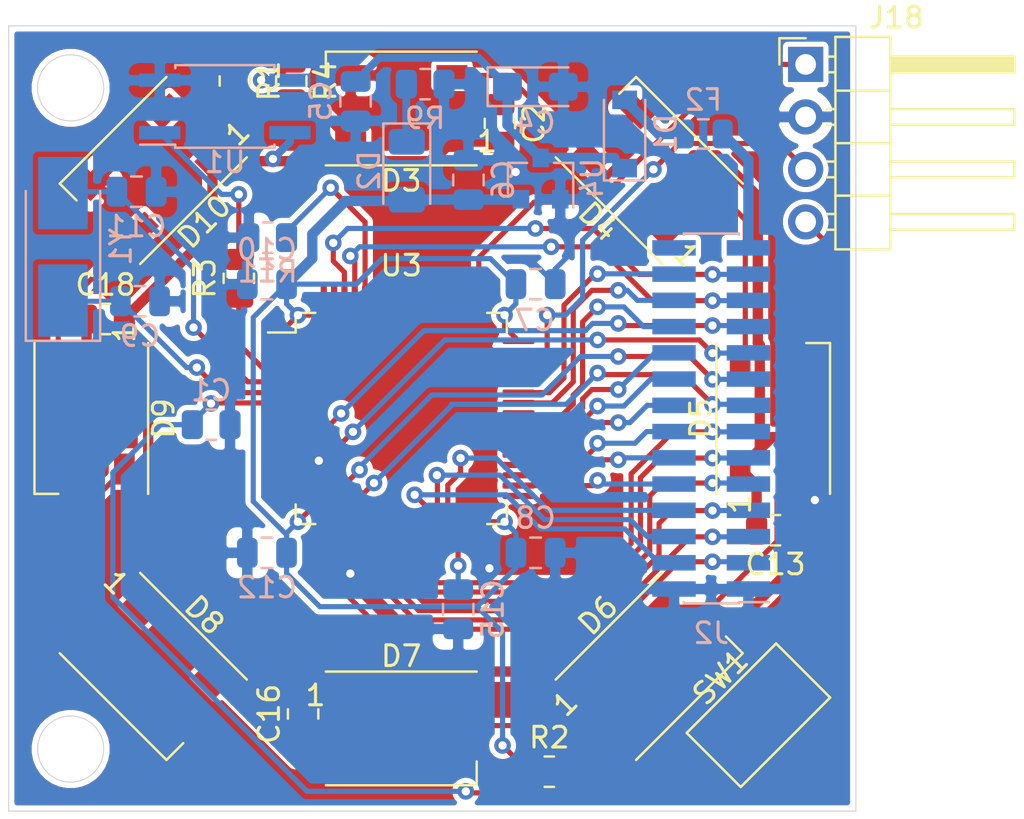
<source format=kicad_pcb>
(kicad_pcb (version 20171130) (host pcbnew 5.1.7-a382d34a8~87~ubuntu20.04.1)
  (layers (0 F.Cu signal) (31 B.Cu signal) (34 B.Paste user hide) (35 F.Paste user hide) (36 B.SilkS user hide) (37 F.SilkS user) (38 B.Mask user hide) (39 F.Mask user hide) (44 Edge.Cuts user))
  (net 0 "")
  (net 1 VDD)
  (net 2 GND)
  (net 3 RESET)
  (net 4 PA1)
  (net 5 PB0)
  (net 6 PC1)
  (net 7 PC0)
  (net 8 PC3)
  (net 9 PC2)
  (net 10 PC6)
  (net 11 PB1)
  (net 12 PB15)
  (net 13 PB14)
  (net 14 PB13)
  (net 15 PA3)
  (net 16 PA2)
  (net 17 PA10)
  (net 18 PB10)
  (net 19 PA9)
  (net 20 PC7)
  (net 21 PA7)
  (net 22 PA6)
  (net 23 PA0)
  (net 24 PB9)
  (net 25 PB8)
  (net 26 SWD_CLK)
  (net 27 SWD_IO)
  (net 28 PB7)
  (net 29 PB5)
  (net 30 PB4)
  (net 31 PB6)
  (net 32 PA4)
  (net 33 PC15)
  (net 34 PC14)
  (net 35 PC13)
  (net 36 "Net-(U3-Pad54)")
  (net 37 "Net-(U3-Pad50)")
  (net 38 "Net-(U3-Pad33)")
  (net 39 VPP)
  (net 40 "Net-(C4-Pad1)")
  (net 41 "Net-(D2-Pad1)")
  (net 42 "Net-(C9-Pad1)")
  (net 43 "Net-(C11-Pad1)")
  (net 44 "Net-(C15-Pad2)")
  (net 45 "Net-(D1-Pad2)")
  (net 46 "Net-(D3-Pad2)")
  (net 47 "Net-(R11-Pad2)")
  (net 48 PA8)
  (net 49 PA12)
  (net 50 PA11)
  (net 51 PA5)
  (net 52 PC5)
  (net 53 PC4)
  (net 54 PB2)
  (net 55 PB3)
  (net 56 "Net-(D4-Pad2)")
  (net 57 "Net-(D5-Pad2)")
  (net 58 "Net-(D7-Pad2)")
  (net 59 "Net-(D8-Pad2)")
  (net 60 "Net-(D10-Pad2)")
  (net 61 +5V)
  (net 62 "Net-(D6-Pad2)")
  (net 63 "Net-(D10-Pad4)")
  (net 64 PC12)
  (net 65 PC11)
  (net 66 PC10)
  (net 67 PC9)
  (net 68 PC8)
  (net 69 LED)
  (net 70 "Net-(R1-Pad1)")
  (net 71 "Net-(R3-Pad2)")
  (module Connector_PinHeader_2.54mm:PinHeader_1x04_P2.54mm_Horizontal (layer F.Cu) (at 119.5705 82.8675)
    (fp_text reference J18 (at 4.385 -2.27) (layer F.SilkS))
    (fp_text value St-Link)
    (pad 4 thru_hole oval (at 0 7.62) (size 1.7 1.7) (drill 1) (layers *.Cu *.Mask) (net 3 RESET))
    (pad 3 thru_hole oval (at 0 5.08) (size 1.7 1.7) (drill 1) (layers *.Cu *.Mask) (net 27 SWD_IO))
    (pad 2 thru_hole oval (at 0 2.54) (size 1.7 1.7) (drill 1) (layers *.Cu *.Mask) (net 2 GND))
    (pad 1 thru_hole rect (at 0 0) (size 1.7 1.7) (drill 1) (layers *.Cu *.Mask) (net 26 SWD_CLK))
  )
  (module Resistor_SMD:R_0805_2012Metric (layer F.Cu) (at 91.948 83.6695 270)
    (fp_text reference R1 (at 0 -1.65 90) (layer F.SilkS))
    (fp_text value 10k)
    (pad 2 smd roundrect (at 0.9125 0 270) (size 1.025 1.4) (layers F.Cu F.Paste F.Mask) (roundrect_rratio 0.243902) (net 2 GND))
    (pad 1 smd roundrect (at -0.9125 0 270) (size 1.025 1.4) (layers F.Cu F.Paste F.Mask) (roundrect_rratio 0.243902) (net 70 "Net-(R1-Pad1)"))
  )
  (module Package_SO:SO-4_4.4x3.6mm_P2.54mm (layer B.Cu) (at 91.465 84.8995)
    (fp_text reference U1 (at 0 2.7) (layer B.SilkS) (effects (justify mirror)))
    (fp_text value LTV-356T)
    (pad 4 smd rect (at 3.15 1.27) (size 2 0.64) (layers B.Cu B.Paste B.Mask) (net 61 +5V))
    (pad 3 smd rect (at 3.15 -1.27) (size 2 0.64) (layers B.Cu B.Paste B.Mask) (net 70 "Net-(R1-Pad1)"))
    (pad 2 smd rect (at -3.15 -1.27) (size 2 0.64) (layers B.Cu B.Paste B.Mask) (net 2 GND))
    (pad 1 smd rect (at -3.15 1.27) (size 2 0.64) (layers B.Cu B.Paste B.Mask) (net 71 "Net-(R3-Pad2)"))
  )
  (module Resistor_SMD:R_0805_2012Metric (layer F.Cu) (at 94.6785 83.6695 270)
    (fp_text reference R4 (at 0 -1.65 90) (layer F.SilkS))
    (fp_text value 0R)
    (pad 2 smd roundrect (at 0.9125 0 270) (size 1.025 1.4) (layers F.Cu F.Paste F.Mask) (roundrect_rratio 0.243902) (net 69 LED))
    (pad 1 smd roundrect (at -0.9125 0 270) (size 1.025 1.4) (layers F.Cu F.Paste F.Mask) (roundrect_rratio 0.243902) (net 70 "Net-(R1-Pad1)"))
  )
  (module Resistor_SMD:R_0805_2012Metric (layer F.Cu) (at 92.1385 93.218 90)
    (fp_text reference R3 (at 0 -1.65 90) (layer F.SilkS))
    (fp_text value 220R)
    (pad 2 smd roundrect (at 0.9125 0 90) (size 1.025 1.4) (layers F.Cu F.Paste F.Mask) (roundrect_rratio 0.243902) (net 71 "Net-(R3-Pad2)"))
    (pad 1 smd roundrect (at -0.9125 0 90) (size 1.025 1.4) (layers F.Cu F.Paste F.Mask) (roundrect_rratio 0.243902) (net 33 PC15))
  )
  (module Crystal:Crystal_SMD_5032-2Pin_5.0x3.2mm_HandSoldering (layer B.Cu) (at 83.6295 91.694 90)
    (fp_text reference Y1 (at 0 2.8 90) (layer B.SilkS) (effects (justify mirror)))
    (fp_text value 16MHz)
    (pad 2 smd rect (at 2.6 0 90) (size 3.5 2.4) (layers B.Cu B.Paste B.Mask) (net 43 "Net-(C11-Pad1)"))
    (pad 1 smd rect (at -2.6 0 90) (size 3.5 2.4) (layers B.Cu B.Paste B.Mask) (net 42 "Net-(C9-Pad1)"))
  )
  (module Capacitor_SMD:C_0805_2012Metric (layer B.Cu) (at 106.5 106.5 180)
    (fp_text reference C8 (at 0 1.68 180) (layer B.SilkS) (effects (justify mirror)))
    (fp_text value 100nF)
    (pad 2 smd roundrect (at 0.95 0 180) (size 1 1.45) (layers B.Cu B.Paste B.Mask) (net 1 VDD))
    (pad 1 smd roundrect (at -0.95 0 180) (size 1 1.45) (layers B.Cu B.Paste B.Mask) (net 2 GND))
  )
  (module Resistor_SMD:R_0805_2012Metric (layer F.Cu) (at 107.1645 117.094)
    (fp_text reference R2 (at 0 -1.65) (layer F.SilkS))
    (fp_text value 100k)
    (pad 2 smd roundrect (at 0.9125 0) (size 1.025 1.4) (layers F.Cu F.Paste F.Mask) (roundrect_rratio 0.243902) (net 3 RESET))
    (pad 1 smd roundrect (at -0.9125 0) (size 1.025 1.4) (layers F.Cu F.Paste F.Mask) (roundrect_rratio 0.243902) (net 1 VDD))
  )
  (module Resistor_SMD:R_0805_2012Metric (layer F.Cu) (at 85.685 95.1865)
    (fp_text reference C18 (at 0 -1.65) (layer F.SilkS))
    (fp_text value 100nF)
    (pad 2 smd roundrect (at 0.9125 0) (size 1.025 1.4) (layers F.Cu F.Paste F.Mask) (roundrect_rratio 0.243902) (net 61 +5V))
    (pad 1 smd roundrect (at -0.9125 0) (size 1.025 1.4) (layers F.Cu F.Paste F.Mask) (roundrect_rratio 0.243902) (net 2 GND))
  )
  (module Resistor_SMD:R_0805_2012Metric (layer F.Cu) (at 95.25 114.3 90)
    (fp_text reference C16 (at 0 -1.65 90) (layer F.SilkS))
    (fp_text value 100nF)
    (pad 2 smd roundrect (at 0.9125 0 90) (size 1.025 1.4) (layers F.Cu F.Paste F.Mask) (roundrect_rratio 0.243902) (net 61 +5V))
    (pad 1 smd roundrect (at -0.9125 0 90) (size 1.025 1.4) (layers F.Cu F.Paste F.Mask) (roundrect_rratio 0.243902) (net 2 GND))
  )
  (module Resistor_SMD:R_0805_2012Metric (layer F.Cu) (at 118.11 105.41 180)
    (fp_text reference C13 (at 0 -1.65) (layer F.SilkS))
    (fp_text value 100nF)
    (pad 2 smd roundrect (at 0.9125 0 180) (size 1.025 1.4) (layers F.Cu F.Paste F.Mask) (roundrect_rratio 0.243902) (net 61 +5V))
    (pad 1 smd roundrect (at -0.9125 0 180) (size 1.025 1.4) (layers F.Cu F.Paste F.Mask) (roundrect_rratio 0.243902) (net 2 GND))
  )
  (module Package_QFP:LQFP-64_10x10mm_P0.5mm (layer F.Cu) (at 100 100)
    (fp_text reference U3 (at 0 -7.4) (layer F.SilkS))
    (fp_text value STM32F411RETx)
    (pad 64 smd roundrect (at -3.75 -5.675) (size 0.3 1.55) (layers F.Cu F.Paste F.Mask) (net 1 VDD))
    (pad 63 smd roundrect (at -3.25 -5.675) (size 0.3 1.55) (layers F.Cu F.Paste F.Mask) (net 2 GND))
    (pad 62 smd roundrect (at -2.75 -5.675) (size 0.3 1.55) (layers F.Cu F.Paste F.Mask) (net 24 PB9))
    (pad 61 smd roundrect (at -2.25 -5.675) (size 0.3 1.55) (layers F.Cu F.Paste F.Mask) (net 25 PB8))
    (pad 60 smd roundrect (at -1.75 -5.675) (size 0.3 1.55) (layers F.Cu F.Paste F.Mask) (net 47 "Net-(R11-Pad2)"))
    (pad 59 smd roundrect (at -1.25 -5.675) (size 0.3 1.55) (layers F.Cu F.Paste F.Mask) (net 28 PB7))
    (pad 58 smd roundrect (at -0.75 -5.675) (size 0.3 1.55) (layers F.Cu F.Paste F.Mask) (net 31 PB6))
    (pad 57 smd roundrect (at -0.25 -5.675) (size 0.3 1.55) (layers F.Cu F.Paste F.Mask) (net 29 PB5))
    (pad 56 smd roundrect (at 0.25 -5.675) (size 0.3 1.55) (layers F.Cu F.Paste F.Mask) (net 30 PB4))
    (pad 55 smd roundrect (at 0.75 -5.675) (size 0.3 1.55) (layers F.Cu F.Paste F.Mask) (net 55 PB3))
    (pad 54 smd roundrect (at 1.25 -5.675) (size 0.3 1.55) (layers F.Cu F.Paste F.Mask) (net 36 "Net-(U3-Pad54)"))
    (pad 53 smd roundrect (at 1.75 -5.675) (size 0.3 1.55) (layers F.Cu F.Paste F.Mask) (net 64 PC12))
    (pad 52 smd roundrect (at 2.25 -5.675) (size 0.3 1.55) (layers F.Cu F.Paste F.Mask) (net 65 PC11))
    (pad 51 smd roundrect (at 2.75 -5.675) (size 0.3 1.55) (layers F.Cu F.Paste F.Mask) (net 66 PC10))
    (pad 50 smd roundrect (at 3.25 -5.675) (size 0.3 1.55) (layers F.Cu F.Paste F.Mask) (net 37 "Net-(U3-Pad50)"))
    (pad 49 smd roundrect (at 3.75 -5.675) (size 0.3 1.55) (layers F.Cu F.Paste F.Mask) (net 26 SWD_CLK))
    (pad 48 smd roundrect (at 5.675 -3.75) (size 1.55 0.3) (layers F.Cu F.Paste F.Mask) (net 1 VDD))
    (pad 47 smd roundrect (at 5.675 -3.25) (size 1.55 0.3) (layers F.Cu F.Paste F.Mask) (net 2 GND))
    (pad 46 smd roundrect (at 5.675 -2.75) (size 1.55 0.3) (layers F.Cu F.Paste F.Mask) (net 27 SWD_IO))
    (pad 45 smd roundrect (at 5.675 -2.25) (size 1.55 0.3) (layers F.Cu F.Paste F.Mask) (net 49 PA12))
    (pad 44 smd roundrect (at 5.675 -1.75) (size 1.55 0.3) (layers F.Cu F.Paste F.Mask) (net 50 PA11))
    (pad 43 smd roundrect (at 5.675 -1.25) (size 1.55 0.3) (layers F.Cu F.Paste F.Mask) (net 17 PA10))
    (pad 42 smd roundrect (at 5.675 -0.75) (size 1.55 0.3) (layers F.Cu F.Paste F.Mask) (net 19 PA9))
    (pad 41 smd roundrect (at 5.675 -0.25) (size 1.55 0.3) (layers F.Cu F.Paste F.Mask) (net 48 PA8))
    (pad 40 smd roundrect (at 5.675 0.25) (size 1.55 0.3) (layers F.Cu F.Paste F.Mask) (net 67 PC9))
    (pad 39 smd roundrect (at 5.675 0.75) (size 1.55 0.3) (layers F.Cu F.Paste F.Mask) (net 68 PC8))
    (pad 38 smd roundrect (at 5.675 1.25) (size 1.55 0.3) (layers F.Cu F.Paste F.Mask) (net 20 PC7))
    (pad 37 smd roundrect (at 5.675 1.75) (size 1.55 0.3) (layers F.Cu F.Paste F.Mask) (net 10 PC6))
    (pad 36 smd roundrect (at 5.675 2.25) (size 1.55 0.3) (layers F.Cu F.Paste F.Mask) (net 12 PB15))
    (pad 35 smd roundrect (at 5.675 2.75) (size 1.55 0.3) (layers F.Cu F.Paste F.Mask) (net 13 PB14))
    (pad 34 smd roundrect (at 5.675 3.25) (size 1.55 0.3) (layers F.Cu F.Paste F.Mask) (net 14 PB13))
    (pad 33 smd roundrect (at 5.675 3.75) (size 1.55 0.3) (layers F.Cu F.Paste F.Mask) (net 38 "Net-(U3-Pad33)"))
    (pad 32 smd roundrect (at 3.75 5.675) (size 0.3 1.55) (layers F.Cu F.Paste F.Mask) (net 1 VDD))
    (pad 31 smd roundrect (at 3.25 5.675) (size 0.3 1.55) (layers F.Cu F.Paste F.Mask) (net 2 GND))
    (pad 30 smd roundrect (at 2.75 5.675) (size 0.3 1.55) (layers F.Cu F.Paste F.Mask) (net 44 "Net-(C15-Pad2)"))
    (pad 29 smd roundrect (at 2.25 5.675) (size 0.3 1.55) (layers F.Cu F.Paste F.Mask) (net 18 PB10))
    (pad 28 smd roundrect (at 1.75 5.675) (size 0.3 1.55) (layers F.Cu F.Paste F.Mask) (net 54 PB2))
    (pad 27 smd roundrect (at 1.25 5.675) (size 0.3 1.55) (layers F.Cu F.Paste F.Mask) (net 11 PB1))
    (pad 26 smd roundrect (at 0.75 5.675) (size 0.3 1.55) (layers F.Cu F.Paste F.Mask) (net 5 PB0))
    (pad 25 smd roundrect (at 0.25 5.675) (size 0.3 1.55) (layers F.Cu F.Paste F.Mask) (net 52 PC5))
    (pad 24 smd roundrect (at -0.25 5.675) (size 0.3 1.55) (layers F.Cu F.Paste F.Mask) (net 53 PC4))
    (pad 23 smd roundrect (at -0.75 5.675) (size 0.3 1.55) (layers F.Cu F.Paste F.Mask) (net 21 PA7))
    (pad 22 smd roundrect (at -1.25 5.675) (size 0.3 1.55) (layers F.Cu F.Paste F.Mask) (net 22 PA6))
    (pad 21 smd roundrect (at -1.75 5.675) (size 0.3 1.55) (layers F.Cu F.Paste F.Mask) (net 51 PA5))
    (pad 20 smd roundrect (at -2.25 5.675) (size 0.3 1.55) (layers F.Cu F.Paste F.Mask) (net 32 PA4))
    (pad 19 smd roundrect (at -2.75 5.675) (size 0.3 1.55) (layers F.Cu F.Paste F.Mask) (net 1 VDD))
    (pad 18 smd roundrect (at -3.25 5.675) (size 0.3 1.55) (layers F.Cu F.Paste F.Mask) (net 2 GND))
    (pad 17 smd roundrect (at -3.75 5.675) (size 0.3 1.55) (layers F.Cu F.Paste F.Mask) (net 15 PA3))
    (pad 16 smd roundrect (at -5.675 3.75) (size 1.55 0.3) (layers F.Cu F.Paste F.Mask) (net 16 PA2))
    (pad 15 smd roundrect (at -5.675 3.25) (size 1.55 0.3) (layers F.Cu F.Paste F.Mask) (net 4 PA1))
    (pad 14 smd roundrect (at -5.675 2.75) (size 1.55 0.3) (layers F.Cu F.Paste F.Mask) (net 23 PA0))
    (pad 13 smd roundrect (at -5.675 2.25) (size 1.55 0.3) (layers F.Cu F.Paste F.Mask) (net 1 VDD))
    (pad 12 smd roundrect (at -5.675 1.75) (size 1.55 0.3) (layers F.Cu F.Paste F.Mask) (net 2 GND))
    (pad 11 smd roundrect (at -5.675 1.25) (size 1.55 0.3) (layers F.Cu F.Paste F.Mask) (net 8 PC3))
    (pad 10 smd roundrect (at -5.675 0.75) (size 1.55 0.3) (layers F.Cu F.Paste F.Mask) (net 9 PC2))
    (pad 9 smd roundrect (at -5.675 0.25) (size 1.55 0.3) (layers F.Cu F.Paste F.Mask) (net 6 PC1))
    (pad 8 smd roundrect (at -5.675 -0.25) (size 1.55 0.3) (layers F.Cu F.Paste F.Mask) (net 7 PC0))
    (pad 7 smd roundrect (at -5.675 -0.75) (size 1.55 0.3) (layers F.Cu F.Paste F.Mask) (net 3 RESET))
    (pad 6 smd roundrect (at -5.675 -1.25) (size 1.55 0.3) (layers F.Cu F.Paste F.Mask) (net 42 "Net-(C9-Pad1)"))
    (pad 5 smd roundrect (at -5.675 -1.75) (size 1.55 0.3) (layers F.Cu F.Paste F.Mask) (net 43 "Net-(C11-Pad1)"))
    (pad 4 smd roundrect (at -5.675 -2.25) (size 1.55 0.3) (layers F.Cu F.Paste F.Mask) (net 33 PC15))
    (pad 3 smd roundrect (at -5.675 -2.75) (size 1.55 0.3) (layers F.Cu F.Paste F.Mask) (net 34 PC14))
    (pad 2 smd roundrect (at -5.675 -3.25) (size 1.55 0.3) (layers F.Cu F.Paste F.Mask) (net 35 PC13))
    (pad 1 smd roundrect (at -5.675 -3.75) (size 1.55 0.3) (layers F.Cu F.Paste F.Mask) (net 1 VDD))
  )
  (module Connector_PinSocket_1.27mm:PinSocket_2x14_P1.27mm_Vertical_SMD (layer B.Cu) (at 115 100)
    (fp_text reference J2 (at 0 10.39) (layer B.SilkS) (effects (justify mirror)))
    (fp_text value St-Link)
    (pad 28 smd rect (at -1.8 -8.255) (size 2.1 0.75) (layers B.Cu B.Paste B.Mask) (net 61 +5V))
    (pad 27 smd rect (at 1.8 -8.255) (size 2.1 0.75) (layers B.Cu B.Paste B.Mask) (net 39 VPP))
    (pad 26 smd rect (at -1.8 -6.985) (size 2.1 0.75) (layers B.Cu B.Paste B.Mask) (net 17 PA10))
    (pad 25 smd rect (at 1.8 -6.985) (size 2.1 0.75) (layers B.Cu B.Paste B.Mask) (net 24 PB9))
    (pad 24 smd rect (at -1.8 -5.715) (size 2.1 0.75) (layers B.Cu B.Paste B.Mask) (net 19 PA9))
    (pad 23 smd rect (at 1.8 -5.715) (size 2.1 0.75) (layers B.Cu B.Paste B.Mask) (net 25 PB8))
    (pad 22 smd rect (at -1.8 -4.445) (size 2.1 0.75) (layers B.Cu B.Paste B.Mask) (net 67 PC9))
    (pad 21 smd rect (at 1.8 -4.445) (size 2.1 0.75) (layers B.Cu B.Paste B.Mask) (net 9 PC2))
    (pad 20 smd rect (at -1.8 -3.175) (size 2.1 0.75) (layers B.Cu B.Paste B.Mask) (net 68 PC8))
    (pad 19 smd rect (at 1.8 -3.175) (size 2.1 0.75) (layers B.Cu B.Paste B.Mask) (net 8 PC3))
    (pad 18 smd rect (at -1.8 -1.905) (size 2.1 0.75) (layers B.Cu B.Paste B.Mask) (net 20 PC7))
    (pad 17 smd rect (at 1.8 -1.905) (size 2.1 0.75) (layers B.Cu B.Paste B.Mask) (net 4 PA1))
    (pad 16 smd rect (at -1.8 -0.635) (size 2.1 0.75) (layers B.Cu B.Paste B.Mask) (net 10 PC6))
    (pad 15 smd rect (at 1.8 -0.635) (size 2.1 0.75) (layers B.Cu B.Paste B.Mask) (net 16 PA2))
    (pad 14 smd rect (at -1.8 0.635) (size 2.1 0.75) (layers B.Cu B.Paste B.Mask) (net 12 PB15))
    (pad 13 smd rect (at 1.8 0.635) (size 2.1 0.75) (layers B.Cu B.Paste B.Mask) (net 5 PB0))
    (pad 12 smd rect (at -1.8 1.905) (size 2.1 0.75) (layers B.Cu B.Paste B.Mask) (net 13 PB14))
    (pad 11 smd rect (at 1.8 1.905) (size 2.1 0.75) (layers B.Cu B.Paste B.Mask) (net 52 PC5))
    (pad 10 smd rect (at -1.8 3.175) (size 2.1 0.75) (layers B.Cu B.Paste B.Mask) (net 14 PB13))
    (pad 9 smd rect (at 1.8 3.175) (size 2.1 0.75) (layers B.Cu B.Paste B.Mask) (net 53 PC4))
    (pad 8 smd rect (at -1.8 4.445) (size 2.1 0.75) (layers B.Cu B.Paste B.Mask) (net 18 PB10))
    (pad 7 smd rect (at 1.8 4.445) (size 2.1 0.75) (layers B.Cu B.Paste B.Mask) (net 21 PA7))
    (pad 6 smd rect (at -1.8 5.715) (size 2.1 0.75) (layers B.Cu B.Paste B.Mask) (net 54 PB2))
    (pad 5 smd rect (at 1.8 5.715) (size 2.1 0.75) (layers B.Cu B.Paste B.Mask) (net 22 PA6))
    (pad 4 smd rect (at -1.8 6.985) (size 2.1 0.75) (layers B.Cu B.Paste B.Mask) (net 11 PB1))
    (pad 3 smd rect (at 1.8 6.985) (size 2.1 0.75) (layers B.Cu B.Paste B.Mask) (net 15 PA3))
    (pad 2 smd rect (at -1.8 8.255) (size 2.1 0.75) (layers B.Cu B.Paste B.Mask) (net 2 GND))
    (pad 1 smd rect (at 1.8 8.255) (size 2.1 0.75) (layers B.Cu B.Paste B.Mask) (net 2 GND))
  )
  (module LED_SMD:LED_WS2812B_PLCC4_5.0x5.0mm_P3.2mm (layer F.Cu) (at 88 88 225)
    (fp_text reference D10 (at 0 -3.5 45) (layer F.SilkS))
    (fp_text value WS2812B)
    (fp_text user 1 (at -4.15 -1.6 45) (layer F.SilkS))
    (pad 1 smd rect (at -2.45 -1.6 225) (size 1.5 1) (layers F.Cu F.Paste F.Mask) (net 61 +5V))
    (pad 2 smd rect (at -2.45 1.6 225) (size 1.5 1) (layers F.Cu F.Paste F.Mask) (net 60 "Net-(D10-Pad2)"))
    (pad 4 smd rect (at 2.45 -1.6 225) (size 1.5 1) (layers F.Cu F.Paste F.Mask) (net 63 "Net-(D10-Pad4)"))
    (pad 3 smd rect (at 2.45 1.6 225) (size 1.5 1) (layers F.Cu F.Paste F.Mask) (net 2 GND))
  )
  (module LED_SMD:LED_WS2812B_PLCC4_5.0x5.0mm_P3.2mm (layer F.Cu) (at 85 100 270)
    (fp_text reference D9 (at 0 -3.5 90) (layer F.SilkS))
    (fp_text value WS2812B)
    (fp_text user 1 (at -4.15 -1.6 90) (layer F.SilkS))
    (pad 1 smd rect (at -2.45 -1.6 270) (size 1.5 1) (layers F.Cu F.Paste F.Mask) (net 61 +5V))
    (pad 2 smd rect (at -2.45 1.6 270) (size 1.5 1) (layers F.Cu F.Paste F.Mask) (net 63 "Net-(D10-Pad4)"))
    (pad 4 smd rect (at 2.45 -1.6 270) (size 1.5 1) (layers F.Cu F.Paste F.Mask) (net 59 "Net-(D8-Pad2)"))
    (pad 3 smd rect (at 2.45 1.6 270) (size 1.5 1) (layers F.Cu F.Paste F.Mask) (net 2 GND))
  )
  (module LED_SMD:LED_WS2812B_PLCC4_5.0x5.0mm_P3.2mm (layer F.Cu) (at 88 112 315)
    (fp_text reference D8 (at 0 -3.5 135) (layer F.SilkS))
    (fp_text value WS2812B)
    (fp_text user 1 (at -4.15 -1.6 135) (layer F.SilkS))
    (pad 1 smd rect (at -2.45 -1.6 315) (size 1.5 1) (layers F.Cu F.Paste F.Mask) (net 61 +5V))
    (pad 2 smd rect (at -2.45 1.6 315) (size 1.5 1) (layers F.Cu F.Paste F.Mask) (net 59 "Net-(D8-Pad2)"))
    (pad 4 smd rect (at 2.45 -1.6 315) (size 1.5 1) (layers F.Cu F.Paste F.Mask) (net 58 "Net-(D7-Pad2)"))
    (pad 3 smd rect (at 2.45 1.6 315) (size 1.5 1) (layers F.Cu F.Paste F.Mask) (net 2 GND))
  )
  (module LED_SMD:LED_WS2812B_PLCC4_5.0x5.0mm_P3.2mm (layer F.Cu) (at 100 115)
    (fp_text reference D7 (at 0 -3.5) (layer F.SilkS))
    (fp_text value WS2812B)
    (fp_text user 1 (at -4.15 -1.6) (layer F.SilkS))
    (pad 1 smd rect (at -2.45 -1.6) (size 1.5 1) (layers F.Cu F.Paste F.Mask) (net 61 +5V))
    (pad 2 smd rect (at -2.45 1.6) (size 1.5 1) (layers F.Cu F.Paste F.Mask) (net 58 "Net-(D7-Pad2)"))
    (pad 4 smd rect (at 2.45 -1.6) (size 1.5 1) (layers F.Cu F.Paste F.Mask) (net 62 "Net-(D6-Pad2)"))
    (pad 3 smd rect (at 2.45 1.6) (size 1.5 1) (layers F.Cu F.Paste F.Mask) (net 2 GND))
  )
  (module LED_SMD:LED_WS2812B_PLCC4_5.0x5.0mm_P3.2mm (layer F.Cu) (at 112 112 45)
    (fp_text reference D6 (at 0 -3.5 45) (layer F.SilkS))
    (fp_text value WS2812B)
    (fp_text user 1 (at -4.15 -1.6 45) (layer F.SilkS))
    (pad 1 smd rect (at -2.45 -1.6 45) (size 1.5 1) (layers F.Cu F.Paste F.Mask) (net 61 +5V))
    (pad 2 smd rect (at -2.45 1.6 45) (size 1.5 1) (layers F.Cu F.Paste F.Mask) (net 62 "Net-(D6-Pad2)"))
    (pad 4 smd rect (at 2.45 -1.6 45) (size 1.5 1) (layers F.Cu F.Paste F.Mask) (net 57 "Net-(D5-Pad2)"))
    (pad 3 smd rect (at 2.45 1.6 45) (size 1.5 1) (layers F.Cu F.Paste F.Mask) (net 2 GND))
  )
  (module LED_SMD:LED_WS2812B_PLCC4_5.0x5.0mm_P3.2mm (layer F.Cu) (at 118 100 90)
    (fp_text reference D5 (at 0 -3.5 90) (layer F.SilkS))
    (fp_text value WS2812B)
    (fp_text user 1 (at -4.15 -1.6 90) (layer F.SilkS))
    (pad 1 smd rect (at -2.45 -1.6 90) (size 1.5 1) (layers F.Cu F.Paste F.Mask) (net 61 +5V))
    (pad 2 smd rect (at -2.45 1.6 90) (size 1.5 1) (layers F.Cu F.Paste F.Mask) (net 57 "Net-(D5-Pad2)"))
    (pad 4 smd rect (at 2.45 -1.6 90) (size 1.5 1) (layers F.Cu F.Paste F.Mask) (net 56 "Net-(D4-Pad2)"))
    (pad 3 smd rect (at 2.45 1.6 90) (size 1.5 1) (layers F.Cu F.Paste F.Mask) (net 2 GND))
  )
  (module LED_SMD:LED_WS2812B_PLCC4_5.0x5.0mm_P3.2mm (layer F.Cu) (at 112 88 135)
    (fp_text reference D4 (at 0 -3.5 135) (layer F.SilkS))
    (fp_text value WS2812B)
    (fp_text user 1 (at -4.15 -1.6 135) (layer F.SilkS))
    (pad 1 smd rect (at -2.45 -1.6 135) (size 1.5 1) (layers F.Cu F.Paste F.Mask) (net 61 +5V))
    (pad 2 smd rect (at -2.45 1.6 135) (size 1.5 1) (layers F.Cu F.Paste F.Mask) (net 56 "Net-(D4-Pad2)"))
    (pad 4 smd rect (at 2.45 -1.6 135) (size 1.5 1) (layers F.Cu F.Paste F.Mask) (net 46 "Net-(D3-Pad2)"))
    (pad 3 smd rect (at 2.45 1.6 135) (size 1.5 1) (layers F.Cu F.Paste F.Mask) (net 2 GND))
  )
  (module LED_SMD:LED_WS2812B_PLCC4_5.0x5.0mm_P3.2mm (layer F.Cu) (at 100 85 180)
    (fp_text reference D3 (at 0 -3.5) (layer F.SilkS))
    (fp_text value WS2812B)
    (fp_text user 1 (at -4.15 -1.6) (layer F.SilkS))
    (pad 1 smd rect (at -2.45 -1.6 180) (size 1.5 1) (layers F.Cu F.Paste F.Mask) (net 61 +5V))
    (pad 2 smd rect (at -2.45 1.6 180) (size 1.5 1) (layers F.Cu F.Paste F.Mask) (net 46 "Net-(D3-Pad2)"))
    (pad 4 smd rect (at 2.45 -1.6 180) (size 1.5 1) (layers F.Cu F.Paste F.Mask) (net 69 LED))
    (pad 3 smd rect (at 2.45 1.6 180) (size 1.5 1) (layers F.Cu F.Paste F.Mask) (net 2 GND))
  )
  (module Resistor_SMD:R_0805_2012Metric (layer F.Cu) (at 104.775 85.725 270)
    (fp_text reference C2 (at 0 -1.65 90) (layer F.SilkS))
    (fp_text value 100nF)
    (pad 2 smd roundrect (at 0.9125 0 270) (size 1.025 1.4) (layers F.Cu F.Paste F.Mask) (roundrect_rratio 0.243902) (net 61 +5V))
    (pad 1 smd roundrect (at -0.9125 0 270) (size 1.025 1.4) (layers F.Cu F.Paste F.Mask) (roundrect_rratio 0.243902) (net 2 GND))
  )
  (module Button_Switch_SMD:SW_SPST_CK_RS282G05A3 (layer F.Cu) (at 117.2845 114.3635 45)
    (fp_text reference SW1 (at 0 -2.6 45) (layer F.SilkS))
    (fp_text value SW_Push)
    (pad 1 smd rect (at -3.9 0 45) (size 1.5 1.5) (layers F.Cu F.Paste F.Mask) (net 3 RESET))
    (pad 2 smd rect (at 3.9 0 45) (size 1.5 1.5) (layers F.Cu F.Paste F.Mask) (net 2 GND))
  )
  (module Resistor_SMD:R_0805_2012Metric (layer B.Cu) (at 90.8 100.3 180)
    (fp_text reference C1 (at 0 1.65) (layer B.SilkS) (effects (justify mirror)))
    (fp_text value 100nF)
    (pad 2 smd roundrect (at 0.9125 0 180) (size 1.025 1.4) (layers B.Cu B.Paste B.Mask) (roundrect_rratio 0.243902) (net 3 RESET))
    (pad 1 smd roundrect (at -0.9125 0 180) (size 1.025 1.4) (layers B.Cu B.Paste B.Mask) (roundrect_rratio 0.243902) (net 2 GND))
  )
  (module Package_TO_SOT_SMD:SOT-23 (layer B.Cu) (at 106.7435 88.392 90)
    (fp_text reference U4 (at 0 2.5 90) (layer B.SilkS) (effects (justify mirror)))
    (fp_text value MCP1703A-3302_SOT23)
    (pad 3 smd rect (at 1 0 90) (size 0.9 0.8) (layers B.Cu B.Paste B.Mask) (net 40 "Net-(C4-Pad1)"))
    (pad 2 smd rect (at -1 -0.95 90) (size 0.9 0.8) (layers B.Cu B.Paste B.Mask) (net 1 VDD))
    (pad 1 smd rect (at -1 0.95 90) (size 0.9 0.8) (layers B.Cu B.Paste B.Mask) (net 2 GND))
  )
  (module Resistor_SMD:R_0805_2012Metric (layer B.Cu) (at 93.5355 91.2495)
    (fp_text reference R11 (at 0 1.65) (layer B.SilkS) (effects (justify mirror)))
    (fp_text value 100K)
    (pad 2 smd roundrect (at 0.9125 0) (size 1.025 1.4) (layers B.Cu B.Paste B.Mask) (roundrect_rratio 0.243902) (net 47 "Net-(R11-Pad2)"))
    (pad 1 smd roundrect (at -0.9125 0) (size 1.025 1.4) (layers B.Cu B.Paste B.Mask) (roundrect_rratio 0.243902) (net 2 GND))
  )
  (module Resistor_SMD:R_0805_2012Metric (layer B.Cu) (at 101.1555 83.82)
    (fp_text reference R9 (at 0 1.65) (layer B.SilkS) (effects (justify mirror)))
    (fp_text value RLed)
    (pad 2 smd roundrect (at 0.9125 0) (size 1.025 1.4) (layers B.Cu B.Paste B.Mask) (roundrect_rratio 0.243902) (net 2 GND))
    (pad 1 smd roundrect (at -0.9125 0) (size 1.025 1.4) (layers B.Cu B.Paste B.Mask) (roundrect_rratio 0.243902) (net 41 "Net-(D2-Pad1)"))
  )
  (module Fuse:Fuse_0805_2012Metric (layer B.Cu) (at 114.6175 86.233 180)
    (fp_text reference F2 (at 0 1.65) (layer B.SilkS) (effects (justify mirror)))
    (fp_text value Fuse)
    (pad 2 smd roundrect (at 0.9375 0 180) (size 0.975 1.4) (layers B.Cu B.Paste B.Mask) (net 45 "Net-(D1-Pad2)"))
    (pad 1 smd roundrect (at -0.9375 0 180) (size 0.975 1.4) (layers B.Cu B.Paste B.Mask) (net 39 VPP))
  )
  (module LED_SMD:LED_1206_3216Metric (layer B.Cu) (at 100.2665 88.011 270)
    (fp_text reference D2 (at 0 1.82 90) (layer B.SilkS) (effects (justify mirror)))
    (fp_text value Power_On)
    (pad 2 smd roundrect (at 1.4 0 270) (size 1.25 1.75) (layers B.Cu B.Paste B.Mask) (roundrect_rratio 0.2) (net 1 VDD))
    (pad 1 smd roundrect (at -1.4 0 270) (size 1.25 1.75) (layers B.Cu B.Paste B.Mask) (roundrect_rratio 0.2) (net 41 "Net-(D2-Pad1)"))
  )
  (module Diode_SMD:D_SOD-123 (layer B.Cu) (at 110.8075 86.233 90)
    (fp_text reference D1 (at 0 2 90) (layer B.SilkS) (effects (justify mirror)))
    (fp_text value Schottky)
    (pad 2 smd rect (at 1.65 0 90) (size 0.9 1.2) (layers B.Cu B.Paste B.Mask) (net 45 "Net-(D1-Pad2)"))
    (pad 1 smd rect (at -1.65 0 90) (size 0.9 1.2) (layers B.Cu B.Paste B.Mask) (net 40 "Net-(C4-Pad1)"))
  )
  (module Capacitor_SMD:C_0805_2012Metric (layer B.Cu) (at 102.7557 109.2327 90)
    (fp_text reference C15 (at 0 1.68 270) (layer B.SilkS) (effects (justify mirror)))
    (fp_text value 2.2uF)
    (pad 2 smd roundrect (at 0.95 0 90) (size 1 1.45) (layers B.Cu B.Paste B.Mask) (net 44 "Net-(C15-Pad2)"))
    (pad 1 smd roundrect (at -0.95 0 90) (size 1 1.45) (layers B.Cu B.Paste B.Mask) (net 2 GND))
  )
  (module Capacitor_SMD:C_0805_2012Metric (layer B.Cu) (at 93.5 106.5)
    (fp_text reference C12 (at 0 1.68) (layer B.SilkS) (effects (justify mirror)))
    (fp_text value 100nF)
    (pad 2 smd roundrect (at 0.95 0) (size 1 1.45) (layers B.Cu B.Paste B.Mask) (net 1 VDD))
    (pad 1 smd roundrect (at -0.95 0) (size 1 1.45) (layers B.Cu B.Paste B.Mask) (net 2 GND))
  )
  (module Capacitor_SMD:C_0805_2012Metric (layer B.Cu) (at 87.1855 89.027)
    (fp_text reference C11 (at 0 1.68) (layer B.SilkS) (effects (justify mirror)))
    (fp_text value 20pF)
    (pad 2 smd roundrect (at 0.95 0) (size 1 1.45) (layers B.Cu B.Paste B.Mask) (net 2 GND))
    (pad 1 smd roundrect (at -0.95 0) (size 1 1.45) (layers B.Cu B.Paste B.Mask) (net 43 "Net-(C11-Pad1)"))
  )
  (module Capacitor_SMD:C_0805_2012Metric (layer B.Cu) (at 93.5 93.5 180)
    (fp_text reference C10 (at 0 1.68) (layer B.SilkS) (effects (justify mirror)))
    (fp_text value 100nF)
    (pad 2 smd roundrect (at 0.95 0 180) (size 1 1.45) (layers B.Cu B.Paste B.Mask) (net 2 GND))
    (pad 1 smd roundrect (at -0.95 0 180) (size 1 1.45) (layers B.Cu B.Paste B.Mask) (net 1 VDD))
  )
  (module Capacitor_SMD:C_0805_2012Metric (layer B.Cu) (at 87.3556 94.3288)
    (fp_text reference C9 (at 0 1.68) (layer B.SilkS) (effects (justify mirror)))
    (fp_text value 20pF)
    (pad 2 smd roundrect (at 0.95 0) (size 1 1.45) (layers B.Cu B.Paste B.Mask) (net 2 GND))
    (pad 1 smd roundrect (at -0.95 0) (size 1 1.45) (layers B.Cu B.Paste B.Mask) (net 42 "Net-(C9-Pad1)"))
  )
  (module Capacitor_SMD:C_0805_2012Metric (layer B.Cu) (at 106.5 93.5 180)
    (fp_text reference C7 (at 0.0508 -1.7526) (layer B.SilkS) (effects (justify mirror)))
    (fp_text value 100nF)
    (pad 2 smd roundrect (at 0.95 0 180) (size 1 1.45) (layers B.Cu B.Paste B.Mask) (net 1 VDD))
    (pad 1 smd roundrect (at -0.95 0 180) (size 1 1.45) (layers B.Cu B.Paste B.Mask) (net 2 GND))
  )
  (module Capacitor_SMD:C_0805_2012Metric (layer B.Cu) (at 103.251 88.458 90)
    (fp_text reference C6 (at 0 1.68 90) (layer B.SilkS) (effects (justify mirror)))
    (fp_text value 4.7uF)
    (pad 2 smd roundrect (at 0.95 0 90) (size 1 1.45) (layers B.Cu B.Paste B.Mask) (net 2 GND))
    (pad 1 smd roundrect (at -0.95 0 90) (size 1 1.45) (layers B.Cu B.Paste B.Mask) (net 1 VDD))
  )
  (module Capacitor_SMD:C_0805_2012Metric (layer B.Cu) (at 97.79 84.6455 270)
    (fp_text reference C5 (at 0 1.68 90) (layer B.SilkS) (effects (justify mirror)))
    (fp_text value 4.7uF)
    (pad 2 smd roundrect (at 0.95 0 270) (size 1 1.45) (layers B.Cu B.Paste B.Mask) (net 2 GND))
    (pad 1 smd roundrect (at -0.95 0 270) (size 1 1.45) (layers B.Cu B.Paste B.Mask) (net 40 "Net-(C4-Pad1)"))
  )
  (module Capacitor_Tantalum_SMD:CP_EIA-3216-18_Kemet-A (layer B.Cu) (at 106.4895 83.947)
    (fp_text reference C4 (at 0 1.75) (layer B.SilkS) (effects (justify mirror)))
    (fp_text value 10uF)
    (pad 2 smd roundrect (at 1.35 0) (size 1.4 1.35) (layers B.Cu B.Paste B.Mask) (roundrect_rratio 0.185185) (net 2 GND))
    (pad 1 smd roundrect (at -1.35 0) (size 1.4 1.35) (layers B.Cu B.Paste B.Mask) (roundrect_rratio 0.185185) (net 40 "Net-(C4-Pad1)"))
  )
  (gr_line (start 81 119) (end 81 81) (layer Edge.Cuts) (width 0.05))
  (gr_line (start 122 119) (end 81 119) (layer Edge.Cuts) (width 0.05))
  (gr_line (start 122 81) (end 122 119) (layer Edge.Cuts) (width 0.05))
  (gr_line (start 81 81) (end 122 81) (layer Edge.Cuts) (width 0.05))
  (gr_circle (center 84 84) (end 85.6 84) (layer Edge.Cuts) (width 0.05))
  (gr_circle (center 84 116) (end 85.6 116) (layer Edge.Cuts) (width 0.05))
  (via (at 95 105) (size 0.8) (drill 0.4) (layers F.Cu B.Cu) (net 1))
  (via (at 95 95) (size 0.8) (drill 0.4) (layers F.Cu B.Cu) (net 1))
  (via (at 105 95) (size 0.8) (drill 0.4) (layers F.Cu B.Cu) (net 1))
  (via (at 105 105) (size 0.8) (drill 0.4) (layers F.Cu B.Cu) (net 1))
  (segment (start 104.425 105) (end 103.75 105.675) (width 0.25) (layer F.Cu) (net 1))
  (segment (start 105 105) (end 104.425 105) (width 0.25) (layer F.Cu) (net 1))
  (segment (start 105.55 105.55) (end 105 105) (width 0.25) (layer B.Cu) (net 1))
  (segment (start 105.55 106.5) (end 105.55 105.55) (width 0.25) (layer B.Cu) (net 1))
  (segment (start 105.55 94.45) (end 105 95) (width 0.25) (layer B.Cu) (net 1))
  (segment (start 105.55 93.5) (end 105.55 94.45) (width 0.25) (layer B.Cu) (net 1))
  (segment (start 105 95.575) (end 105.675 96.25) (width 0.25) (layer F.Cu) (net 1))
  (segment (start 105 95) (end 105 95.575) (width 0.25) (layer F.Cu) (net 1))
  (segment (start 95.575 95) (end 96.25 94.325) (width 0.25) (layer F.Cu) (net 1))
  (segment (start 95 95) (end 95.575 95) (width 0.25) (layer F.Cu) (net 1))
  (segment (start 94.45 94.45) (end 95 95) (width 0.25) (layer B.Cu) (net 1))
  (segment (start 94.45 93.5) (end 94.45 94.45) (width 0.25) (layer B.Cu) (net 1))
  (segment (start 94.45 105.55) (end 95 105) (width 0.25) (layer B.Cu) (net 1))
  (segment (start 94.45 106.5) (end 94.45 105.55) (width 0.25) (layer B.Cu) (net 1))
  (segment (start 97.25 104.834298) (end 97.25 105.675) (width 0.25) (layer F.Cu) (net 1))
  (segment (start 95.6949 104.3051) (end 96.720802 104.3051) (width 0.25) (layer F.Cu) (net 1))
  (segment (start 96.720802 104.3051) (end 97.25 104.834298) (width 0.25) (layer F.Cu) (net 1))
  (segment (start 95 105) (end 95.6949 104.3051) (width 0.25) (layer F.Cu) (net 1))
  (segment (start 101.1525 89.4745) (end 101.1555 89.4715) (width 0.5) (layer B.Cu) (net 1))
  (segment (start 100.2665 89.411) (end 103.248 89.411) (width 0.5) (layer B.Cu) (net 1))
  (segment (start 103.682 89.4715) (end 103.698 89.4555) (width 0.5) (layer B.Cu) (net 1))
  (segment (start 103.251 89.408) (end 105.7775 89.408) (width 0.5) (layer B.Cu) (net 1))
  (segment (start 94.3283 96.2533) (end 94.325 96.25) (width 0.25) (layer F.Cu) (net 1))
  (via (at 104.902 115.824) (size 0.8) (drill 0.4) (layers F.Cu B.Cu) (net 1))
  (segment (start 105.55 93.5) (end 104.3155 92.2655) (width 0.25) (layer B.Cu) (net 1))
  (segment (start 97.8255 93.5) (end 94.45 93.5) (width 0.25) (layer B.Cu) (net 1))
  (segment (start 99.06 92.2655) (end 97.8255 93.5) (width 0.25) (layer B.Cu) (net 1))
  (segment (start 104.3155 92.2655) (end 99.06 92.2655) (width 0.25) (layer B.Cu) (net 1))
  (segment (start 105.55 107.225) (end 105.55 106.5) (width 0.25) (layer B.Cu) (net 1))
  (segment (start 103.66729 109.10771) (end 105.55 107.225) (width 0.25) (layer B.Cu) (net 1))
  (segment (start 92.837 95.113) (end 94.45 93.5) (width 0.25) (layer B.Cu) (net 1))
  (segment (start 92.837 104.013) (end 92.837 95.113) (width 0.25) (layer B.Cu) (net 1))
  (segment (start 94.45 105.626) (end 92.837 104.013) (width 0.25) (layer B.Cu) (net 1))
  (segment (start 94.45 106.5) (end 94.45 105.626) (width 0.25) (layer B.Cu) (net 1))
  (segment (start 94.325 95.675) (end 95 95) (width 0.25) (layer F.Cu) (net 1))
  (segment (start 94.325 96.25) (end 94.325 95.675) (width 0.25) (layer F.Cu) (net 1))
  (segment (start 94.45 107.49692) (end 96.06079 109.10771) (width 0.25) (layer B.Cu) (net 1))
  (segment (start 94.45 106.5) (end 94.45 107.49692) (width 0.25) (layer B.Cu) (net 1))
  (segment (start 96.06079 109.10771) (end 103.66729 109.10771) (width 0.25) (layer B.Cu) (net 1))
  (segment (start 106.172 117.094) (end 104.902 115.824) (width 0.25) (layer F.Cu) (net 1))
  (segment (start 106.252 117.094) (end 106.172 117.094) (width 0.25) (layer F.Cu) (net 1))
  (segment (start 104.902 110.34242) (end 104.902 115.824) (width 0.25) (layer B.Cu) (net 1))
  (segment (start 103.66729 109.10771) (end 104.902 110.34242) (width 0.25) (layer B.Cu) (net 1))
  (segment (start 100.203 89.4745) (end 100.2665 89.411) (width 0.5) (layer B.Cu) (net 1))
  (segment (start 97.296 89.4745) (end 100.203 89.4745) (width 0.5) (layer B.Cu) (net 1))
  (segment (start 95.6945 92.2555) (end 95.6945 91.076) (width 0.5) (layer B.Cu) (net 1))
  (segment (start 95.6945 91.076) (end 97.296 89.4745) (width 0.5) (layer B.Cu) (net 1))
  (segment (start 94.45 93.5) (end 95.6945 92.2555) (width 0.5) (layer B.Cu) (net 1))
  (segment (start 96.75 105.675) (end 96.75 107.291) (width 0.25) (layer F.Cu) (net 2))
  (segment (start 96.75 107.291) (end 96.9645 107.5055) (width 0.25) (layer F.Cu) (net 2))
  (segment (start 96.9645 107.5055) (end 97.536 107.5055) (width 0.25) (layer F.Cu) (net 2))
  (segment (start 97.536 107.5055) (end 97.536 107.5055) (width 0.25) (layer F.Cu) (net 2))
  (via (at 97.536 107.5055) (size 0.8) (drill 0.4) (layers F.Cu B.Cu) (net 2))
  (via (at 104.267 107.2515) (size 0.8) (drill 0.4) (layers F.Cu B.Cu) (net 2))
  (segment (start 103.985798 107.2515) (end 104.267 107.2515) (width 0.25) (layer F.Cu) (net 2))
  (segment (start 103.25 106.515702) (end 103.985798 107.2515) (width 0.25) (layer F.Cu) (net 2))
  (segment (start 103.25 105.675) (end 103.25 106.515702) (width 0.25) (layer F.Cu) (net 2))
  (via (at 96.012 102.0445) (size 0.8) (drill 0.4) (layers F.Cu B.Cu) (net 2))
  (segment (start 95.7175 101.75) (end 96.012 102.0445) (width 0.25) (layer F.Cu) (net 2))
  (segment (start 94.325 101.75) (end 95.7175 101.75) (width 0.25) (layer F.Cu) (net 2))
  (segment (start 96.75 94.325) (end 96.75 95.4165) (width 0.25) (layer F.Cu) (net 2))
  (segment (start 105.675 96.75) (end 104.164 96.75) (width 0.25) (layer F.Cu) (net 2))
  (segment (start 107.45 93.5) (end 106.406 92.456) (width 0.25) (layer B.Cu) (net 2))
  (segment (start 107.45 93.5) (end 107.45 92.7655) (width 0.25) (layer B.Cu) (net 2))
  (segment (start 107.45 92.7655) (end 108.204 92.0115) (width 0.25) (layer B.Cu) (net 2))
  (via (at 120.015 103.9495) (size 0.8) (drill 0.4) (layers F.Cu B.Cu) (net 2))
  (via (at 105.537 88.0745) (size 0.8) (drill 0.4) (layers F.Cu B.Cu) (net 2))
  (via (at 90.7923 99.2759) (size 0.8) (drill 0.4) (layers F.Cu B.Cu) (net 3))
  (segment (start 90.8182 99.25) (end 90.7923 99.2759) (width 0.25) (layer F.Cu) (net 3))
  (segment (start 94.325 99.25) (end 90.8182 99.25) (width 0.25) (layer F.Cu) (net 3))
  (segment (start 89.8875 100.1807) (end 90.7923 99.2759) (width 0.25) (layer B.Cu) (net 3))
  (segment (start 89.8875 100.3) (end 89.8875 100.1807) (width 0.25) (layer B.Cu) (net 3))
  (via (at 103.124 118.0465) (size 0.8) (drill 0.4) (layers F.Cu B.Cu) (net 3))
  (segment (start 95.4405 118.0465) (end 86.0425 108.6485) (width 0.25) (layer B.Cu) (net 3))
  (segment (start 86.0425 108.6485) (end 86.0425 102.616) (width 0.25) (layer B.Cu) (net 3))
  (segment (start 88.3585 100.3) (end 89.8875 100.3) (width 0.25) (layer B.Cu) (net 3))
  (segment (start 86.0425 102.616) (end 88.3585 100.3) (width 0.25) (layer B.Cu) (net 3))
  (segment (start 108.104216 117.121216) (end 108.077 117.094) (width 0.25) (layer F.Cu) (net 3))
  (segment (start 114.526784 117.121216) (end 108.104216 117.121216) (width 0.25) (layer F.Cu) (net 3))
  (segment (start 103.19651 118.11901) (end 103.124 118.0465) (width 0.25) (layer F.Cu) (net 3))
  (segment (start 107.05199 118.11901) (end 103.19651 118.11901) (width 0.25) (layer F.Cu) (net 3))
  (segment (start 108.077 117.094) (end 107.05199 118.11901) (width 0.25) (layer F.Cu) (net 3))
  (segment (start 95.4405 118.0465) (end 103.124 118.0465) (width 0.25) (layer B.Cu) (net 3))
  (segment (start 121.47901 92.39601) (end 121.47901 113.66149) (width 0.25) (layer F.Cu) (net 3))
  (segment (start 119.5705 90.4875) (end 121.47901 92.39601) (width 0.25) (layer F.Cu) (net 3))
  (segment (start 118.019284 117.121216) (end 114.526784 117.121216) (width 0.25) (layer F.Cu) (net 3))
  (segment (start 121.47901 113.66149) (end 118.019284 117.121216) (width 0.25) (layer F.Cu) (net 3))
  (via (at 115.062 98.1075) (size 0.8) (drill 0.4) (layers F.Cu B.Cu) (net 4))
  (segment (start 116.7875 98.1075) (end 116.8 98.095) (width 0.25) (layer B.Cu) (net 4))
  (segment (start 115.062 98.1075) (end 116.7875 98.1075) (width 0.25) (layer B.Cu) (net 4))
  (segment (start 97.9805 102.489) (end 97.9805 102.489) (width 0.25) (layer F.Cu) (net 4))
  (via (at 97.9805 102.489) (size 0.8) (drill 0.4) (layers F.Cu B.Cu) (net 4))
  (via (at 110.5 97) (size 0.8) (drill 0.4) (layers F.Cu B.Cu) (net 4))
  (segment (start 113.9545 97) (end 110.5 97) (width 0.25) (layer F.Cu) (net 4))
  (segment (start 115.062 98.1075) (end 113.9545 97) (width 0.25) (layer F.Cu) (net 4))
  (segment (start 108.6765 97) (end 110.5 97) (width 0.25) (layer B.Cu) (net 4))
  (segment (start 106.81251 98.86399) (end 108.6765 97) (width 0.25) (layer B.Cu) (net 4))
  (segment (start 97.2195 103.25) (end 97.9805 102.489) (width 0.25) (layer F.Cu) (net 4))
  (segment (start 94.325 103.25) (end 97.2195 103.25) (width 0.25) (layer F.Cu) (net 4))
  (segment (start 97.9805 102.36059) (end 97.9805 102.489) (width 0.25) (layer B.Cu) (net 4))
  (segment (start 101.4771 98.86399) (end 97.9805 102.36059) (width 0.25) (layer B.Cu) (net 4))
  (segment (start 102.17701 98.86399) (end 101.4771 98.86399) (width 0.25) (layer B.Cu) (net 4))
  (segment (start 102.17701 98.86399) (end 106.81251 98.86399) (width 0.25) (layer B.Cu) (net 4))
  (segment (start 100.75 105.675) (end 100.75 106.515702) (width 0.25) (layer F.Cu) (net 5))
  (via (at 115.062 100.6475) (size 0.8) (drill 0.4) (layers F.Cu B.Cu) (net 5))
  (segment (start 116.7875 100.6475) (end 116.8 100.635) (width 0.25) (layer B.Cu) (net 5))
  (segment (start 115.062 100.6475) (end 116.7875 100.6475) (width 0.25) (layer B.Cu) (net 5))
  (segment (start 100.75 106.7825) (end 100.75 105.675) (width 0.25) (layer F.Cu) (net 5))
  (segment (start 101.473 107.95) (end 100.75 107.227) (width 0.25) (layer F.Cu) (net 5))
  (segment (start 100.75 107.227) (end 100.75 106.7825) (width 0.25) (layer F.Cu) (net 5))
  (segment (start 109.22 107.95) (end 101.473 107.95) (width 0.25) (layer F.Cu) (net 5))
  (segment (start 111.125 106.045) (end 109.22 107.95) (width 0.25) (layer F.Cu) (net 5))
  (segment (start 111.125 102.6795) (end 111.125 106.045) (width 0.25) (layer F.Cu) (net 5))
  (segment (start 113.157 100.6475) (end 111.125 102.6795) (width 0.25) (layer F.Cu) (net 5))
  (segment (start 115.062 100.6475) (end 113.157 100.6475) (width 0.25) (layer F.Cu) (net 5))
  (via (at 115.062 96.8375) (size 0.8) (drill 0.4) (layers F.Cu B.Cu) (net 8))
  (segment (start 116.7875 96.8375) (end 116.8 96.825) (width 0.25) (layer B.Cu) (net 8))
  (segment (start 115.062 96.8375) (end 116.7875 96.8375) (width 0.25) (layer B.Cu) (net 8))
  (segment (start 94.325 101.25) (end 97.0605 101.25) (width 0.25) (layer F.Cu) (net 8))
  (segment (start 97.0605 101.25) (end 97.663 100.6475) (width 0.25) (layer F.Cu) (net 8))
  (segment (start 97.663 100.6475) (end 97.663 100.6475) (width 0.25) (layer F.Cu) (net 8))
  (via (at 97.663 100.6475) (size 0.8) (drill 0.4) (layers F.Cu B.Cu) (net 8))
  (via (at 109.5 96.2) (size 0.8) (drill 0.4) (layers F.Cu B.Cu) (net 8))
  (segment (start 114.935 96.7105) (end 115.062 96.8375) (width 0.25) (layer F.Cu) (net 8))
  (segment (start 114.4245 96.2) (end 109.5 96.2) (width 0.25) (layer F.Cu) (net 8))
  (segment (start 115.062 96.8375) (end 114.4245 96.2) (width 0.25) (layer F.Cu) (net 8))
  (segment (start 102.1105 96.2) (end 97.663 100.6475) (width 0.25) (layer B.Cu) (net 8))
  (segment (start 109.5 96.2) (end 102.1105 96.2) (width 0.25) (layer B.Cu) (net 8))
  (via (at 115.062 95.504) (size 0.8) (drill 0.4) (layers F.Cu B.Cu) (net 9))
  (segment (start 116.749 95.504) (end 116.8 95.555) (width 0.25) (layer B.Cu) (net 9))
  (segment (start 115.062 95.504) (end 116.749 95.504) (width 0.25) (layer B.Cu) (net 9))
  (segment (start 94.325 100.75) (end 96.1 100.75) (width 0.25) (layer F.Cu) (net 9))
  (segment (start 96.1 100.75) (end 97.0915 99.7585) (width 0.25) (layer F.Cu) (net 9))
  (segment (start 97.0915 99.7585) (end 97.0915 99.7585) (width 0.25) (layer F.Cu) (net 9))
  (via (at 97.0915 99.7585) (size 0.8) (drill 0.4) (layers F.Cu B.Cu) (net 9))
  (via (at 110.5 95.4) (size 0.8) (drill 0.4) (layers F.Cu B.Cu) (net 9))
  (segment (start 114.8715 95.6945) (end 115.062 95.504) (width 0.25) (layer F.Cu) (net 9))
  (segment (start 110.604 95.504) (end 110.5 95.4) (width 0.25) (layer F.Cu) (net 9))
  (segment (start 115.062 95.504) (end 110.604 95.504) (width 0.25) (layer F.Cu) (net 9))
  (segment (start 109.2605 95.4) (end 110.5 95.4) (width 0.25) (layer B.Cu) (net 9))
  (segment (start 108.91051 95.74999) (end 109.2605 95.4) (width 0.25) (layer B.Cu) (net 9))
  (segment (start 101.10001 95.74999) (end 108.91051 95.74999) (width 0.25) (layer B.Cu) (net 9))
  (segment (start 97.0915 99.7585) (end 101.10001 95.74999) (width 0.25) (layer B.Cu) (net 9))
  (segment (start 113.2 99.365) (end 112.459998 99.365) (width 0.25) (layer B.Cu) (net 10))
  (via (at 110.5 100.2) (size 0.8) (drill 0.4) (layers F.Cu B.Cu) (net 10))
  (segment (start 113.2 99.365) (end 112.525 99.365) (width 0.25) (layer B.Cu) (net 10))
  (segment (start 109.426998 100.2) (end 110.5 100.2) (width 0.25) (layer F.Cu) (net 10))
  (segment (start 107.876998 101.75) (end 109.426998 100.2) (width 0.25) (layer F.Cu) (net 10))
  (segment (start 105.675 101.75) (end 107.876998 101.75) (width 0.25) (layer F.Cu) (net 10))
  (segment (start 111.900685 99.365) (end 113.2 99.365) (width 0.25) (layer B.Cu) (net 10))
  (segment (start 111.065685 100.2) (end 111.900685 99.365) (width 0.25) (layer B.Cu) (net 10))
  (segment (start 110.5 100.2) (end 111.065685 100.2) (width 0.25) (layer B.Cu) (net 10))
  (segment (start 101.25 105.675) (end 101.25 104.298) (width 0.25) (layer F.Cu) (net 11))
  (segment (start 101.25 104.298) (end 100.6475 103.6955) (width 0.25) (layer F.Cu) (net 11))
  (segment (start 100.6475 103.6955) (end 100.6475 103.6955) (width 0.25) (layer F.Cu) (net 11))
  (via (at 100.6475 103.6955) (size 0.8) (drill 0.4) (layers F.Cu B.Cu) (net 11))
  (segment (start 105.08968 103.6955) (end 106.74068 105.3465) (width 0.25) (layer B.Cu) (net 11))
  (segment (start 100.6475 103.6955) (end 105.08968 103.6955) (width 0.25) (layer B.Cu) (net 11))
  (segment (start 112.459998 106.985) (end 113.2 106.985) (width 0.25) (layer B.Cu) (net 11))
  (segment (start 110.821498 105.3465) (end 112.459998 106.985) (width 0.25) (layer B.Cu) (net 11))
  (segment (start 106.74068 105.3465) (end 110.821498 105.3465) (width 0.25) (layer B.Cu) (net 11))
  (via (at 109.5 101.2) (size 0.8) (drill 0.4) (layers F.Cu B.Cu) (net 12))
  (segment (start 109.5 101.290588) (end 109.5 101.2) (width 0.25) (layer F.Cu) (net 12))
  (segment (start 108.540588 102.25) (end 109.5 101.290588) (width 0.25) (layer F.Cu) (net 12))
  (segment (start 105.675 102.25) (end 108.540588 102.25) (width 0.25) (layer F.Cu) (net 12))
  (segment (start 113.2 100.635) (end 111.8745 100.635) (width 0.25) (layer B.Cu) (net 12))
  (segment (start 111.3095 101.2) (end 109.5 101.2) (width 0.25) (layer B.Cu) (net 12))
  (segment (start 111.8745 100.635) (end 111.3095 101.2) (width 0.25) (layer B.Cu) (net 12))
  (via (at 110.5 102) (size 0.8) (drill 0.4) (layers F.Cu B.Cu) (net 13))
  (segment (start 105.675 102.75) (end 108.676998 102.75) (width 0.25) (layer F.Cu) (net 13))
  (segment (start 109.426998 102) (end 110.5 102) (width 0.25) (layer F.Cu) (net 13))
  (segment (start 108.676998 102.75) (end 109.426998 102) (width 0.25) (layer F.Cu) (net 13))
  (segment (start 110.595 101.905) (end 110.5 102) (width 0.25) (layer B.Cu) (net 13))
  (segment (start 113.2 101.905) (end 110.595 101.905) (width 0.25) (layer B.Cu) (net 13))
  (segment (start 106.046 103.25) (end 106.047 103.251) (width 0.25) (layer F.Cu) (net 14))
  (segment (start 105.675 103.25) (end 106.046 103.25) (width 0.25) (layer F.Cu) (net 14))
  (segment (start 106.3635 103.25) (end 106.3645 103.251) (width 0.25) (layer F.Cu) (net 14))
  (segment (start 105.675 103.25) (end 106.3635 103.25) (width 0.25) (layer F.Cu) (net 14))
  (via (at 109.5 103) (size 0.8) (drill 0.4) (layers F.Cu B.Cu) (net 14))
  (segment (start 113.124 103.251) (end 113.2 103.175) (width 0.25) (layer B.Cu) (net 14))
  (segment (start 109.25 103.25) (end 109.5 103) (width 0.25) (layer F.Cu) (net 14))
  (segment (start 105.675 103.25) (end 109.25 103.25) (width 0.25) (layer F.Cu) (net 14))
  (segment (start 109.675 103.175) (end 109.5 103) (width 0.25) (layer B.Cu) (net 14))
  (segment (start 113.2 103.175) (end 109.675 103.175) (width 0.25) (layer B.Cu) (net 14))
  (via (at 115.062 106.934) (size 0.8) (drill 0.4) (layers F.Cu B.Cu) (net 15))
  (segment (start 116.749 106.934) (end 116.8 106.985) (width 0.25) (layer B.Cu) (net 15))
  (segment (start 115.062 106.934) (end 116.749 106.934) (width 0.25) (layer B.Cu) (net 15))
  (segment (start 96.25 107.42741) (end 96.25 105.675) (width 0.25) (layer F.Cu) (net 15))
  (segment (start 113.418048 106.934) (end 110.152003 110.200045) (width 0.25) (layer F.Cu) (net 15))
  (segment (start 115.062 106.934) (end 113.418048 106.934) (width 0.25) (layer F.Cu) (net 15))
  (segment (start 99.022635 110.200045) (end 96.25 107.42741) (width 0.25) (layer F.Cu) (net 15))
  (segment (start 110.152003 110.200045) (end 99.022635 110.200045) (width 0.25) (layer F.Cu) (net 15))
  (via (at 115.062 99.314) (size 0.8) (drill 0.4) (layers F.Cu B.Cu) (net 16))
  (segment (start 116.749 99.314) (end 116.8 99.365) (width 0.25) (layer B.Cu) (net 16))
  (segment (start 115.062 99.314) (end 116.749 99.314) (width 0.25) (layer B.Cu) (net 16))
  (via (at 98.679 103.124) (size 0.8) (drill 0.4) (layers F.Cu B.Cu) (net 16))
  (via (at 109.5 97.8) (size 0.8) (drill 0.4) (layers F.Cu B.Cu) (net 16))
  (segment (start 109.574999 97.874999) (end 109.5 97.8) (width 0.25) (layer F.Cu) (net 16))
  (segment (start 113.622999 97.874999) (end 109.574999 97.874999) (width 0.25) (layer F.Cu) (net 16))
  (segment (start 115.062 99.314) (end 113.622999 97.874999) (width 0.25) (layer F.Cu) (net 16))
  (segment (start 107.986 99.314) (end 109.5 97.8) (width 0.25) (layer B.Cu) (net 16))
  (segment (start 98.10299 103.70001) (end 98.679 103.124) (width 0.25) (layer F.Cu) (net 16))
  (segment (start 95.24549 103.70001) (end 98.10299 103.70001) (width 0.25) (layer F.Cu) (net 16))
  (segment (start 95.1955 103.75) (end 95.24549 103.70001) (width 0.25) (layer F.Cu) (net 16))
  (segment (start 94.325 103.75) (end 95.1955 103.75) (width 0.25) (layer F.Cu) (net 16))
  (segment (start 102.4255 99.3775) (end 98.679 103.124) (width 0.25) (layer B.Cu) (net 16))
  (segment (start 102.4255 99.314) (end 102.4255 99.3775) (width 0.25) (layer B.Cu) (net 16))
  (segment (start 102.4255 99.314) (end 107.986 99.314) (width 0.25) (layer B.Cu) (net 16))
  (via (at 109.5 93) (size 0.8) (drill 0.4) (layers F.Cu B.Cu) (net 17))
  (segment (start 113.185 93) (end 113.2 93.015) (width 0.25) (layer B.Cu) (net 17))
  (segment (start 109.5 93) (end 113.185 93) (width 0.25) (layer B.Cu) (net 17))
  (segment (start 105.675 98.75) (end 107.167768 98.75) (width 0.25) (layer F.Cu) (net 17))
  (segment (start 109.390588 93) (end 109.5 93) (width 0.25) (layer F.Cu) (net 17))
  (segment (start 107.874982 94.515606) (end 109.390588 93) (width 0.25) (layer F.Cu) (net 17))
  (segment (start 107.87498 98.042788) (end 107.874982 94.515606) (width 0.25) (layer F.Cu) (net 17))
  (segment (start 107.167768 98.75) (end 107.87498 98.042788) (width 0.25) (layer F.Cu) (net 17))
  (segment (start 113.2 104.445) (end 113.029999 104.274999) (width 0.25) (layer B.Cu) (net 18))
  (via (at 102.87 101.9175) (size 0.8) (drill 0.4) (layers F.Cu B.Cu) (net 18))
  (segment (start 102.235 105.66) (end 102.25 105.675) (width 0.25) (layer F.Cu) (net 18))
  (segment (start 102.87 102.609502) (end 102.87 101.9175) (width 0.25) (layer F.Cu) (net 18))
  (segment (start 102.25 103.229502) (end 102.87 102.609502) (width 0.25) (layer F.Cu) (net 18))
  (segment (start 102.25 105.675) (end 102.25 103.229502) (width 0.25) (layer F.Cu) (net 18))
  (segment (start 107.112 104.445) (end 113.2 104.445) (width 0.25) (layer B.Cu) (net 18))
  (segment (start 104.5845 101.9175) (end 107.112 104.445) (width 0.25) (layer B.Cu) (net 18))
  (segment (start 102.87 101.9175) (end 104.5845 101.9175) (width 0.25) (layer B.Cu) (net 18))
  (segment (start 113.2 94.285) (end 112.459998 94.285) (width 0.25) (layer B.Cu) (net 19))
  (via (at 110.5 93.8) (size 0.8) (drill 0.4) (layers F.Cu B.Cu) (net 19))
  (segment (start 110.5 93.8) (end 110.945 93.8) (width 0.25) (layer B.Cu) (net 19))
  (segment (start 111.43 94.285) (end 113.2 94.285) (width 0.25) (layer B.Cu) (net 19))
  (segment (start 110.945 93.8) (end 111.43 94.285) (width 0.25) (layer B.Cu) (net 19))
  (segment (start 109.226998 93.8) (end 110.5 93.8) (width 0.25) (layer F.Cu) (net 19))
  (segment (start 108.324991 94.702007) (end 109.226998 93.8) (width 0.25) (layer F.Cu) (net 19))
  (segment (start 108.324989 98.229189) (end 108.324991 94.702007) (width 0.25) (layer F.Cu) (net 19))
  (segment (start 107.304178 99.25) (end 108.324989 98.229189) (width 0.25) (layer F.Cu) (net 19))
  (segment (start 105.675 99.25) (end 107.304178 99.25) (width 0.25) (layer F.Cu) (net 19))
  (via (at 109.5 99.4) (size 0.8) (drill 0.4) (layers F.Cu B.Cu) (net 20))
  (segment (start 107.65 101.25) (end 109.5 99.4) (width 0.25) (layer F.Cu) (net 20))
  (segment (start 105.675 101.25) (end 107.65 101.25) (width 0.25) (layer F.Cu) (net 20))
  (segment (start 112.078002 98.095) (end 113.2 98.095) (width 0.25) (layer B.Cu) (net 20))
  (segment (start 110.773002 99.4) (end 112.078002 98.095) (width 0.25) (layer B.Cu) (net 20))
  (segment (start 109.5 99.4) (end 110.773002 99.4) (width 0.25) (layer B.Cu) (net 20))
  (via (at 115.062 104.4575) (size 0.8) (drill 0.4) (layers F.Cu B.Cu) (net 21))
  (segment (start 116.7875 104.4575) (end 116.8 104.445) (width 0.25) (layer B.Cu) (net 21))
  (segment (start 115.062 104.4575) (end 116.7875 104.4575) (width 0.25) (layer B.Cu) (net 21))
  (segment (start 113.0935 104.4575) (end 115.062 104.4575) (width 0.25) (layer F.Cu) (net 21))
  (segment (start 112.47503 105.07597) (end 113.0935 104.4575) (width 0.25) (layer F.Cu) (net 21))
  (segment (start 112.47503 106.6042) (end 112.47503 105.07597) (width 0.25) (layer F.Cu) (net 21))
  (segment (start 109.779203 109.300027) (end 112.47503 106.6042) (width 0.25) (layer F.Cu) (net 21))
  (segment (start 100.851712 109.300028) (end 109.779203 109.300027) (width 0.25) (layer F.Cu) (net 21))
  (segment (start 99.25 107.698316) (end 100.851712 109.300028) (width 0.25) (layer F.Cu) (net 21))
  (segment (start 99.25 105.675) (end 99.25 107.698316) (width 0.25) (layer F.Cu) (net 21))
  (via (at 115.062 105.7275) (size 0.8) (drill 0.4) (layers F.Cu B.Cu) (net 22))
  (segment (start 116.7875 105.7275) (end 116.8 105.715) (width 0.25) (layer B.Cu) (net 22))
  (segment (start 115.062 105.7275) (end 116.7875 105.7275) (width 0.25) (layer B.Cu) (net 22))
  (segment (start 98.75 107.834726) (end 98.75 105.675) (width 0.25) (layer F.Cu) (net 22))
  (segment (start 109.965604 109.750036) (end 100.665313 109.750037) (width 0.25) (layer F.Cu) (net 22))
  (segment (start 100.665313 109.750037) (end 98.75 107.834726) (width 0.25) (layer F.Cu) (net 22))
  (segment (start 113.98814 105.7275) (end 109.965604 109.750036) (width 0.25) (layer F.Cu) (net 22))
  (segment (start 115.062 105.7275) (end 113.98814 105.7275) (width 0.25) (layer F.Cu) (net 22))
  (via (at 115.062 93.0275) (size 0.8) (drill 0.4) (layers F.Cu B.Cu) (net 24))
  (segment (start 116.7875 93.0275) (end 116.8 93.015) (width 0.25) (layer B.Cu) (net 24))
  (segment (start 115.062 93.0275) (end 116.7875 93.0275) (width 0.25) (layer B.Cu) (net 24))
  (segment (start 115.062 93.0275) (end 111.50741 93.0275) (width 0.25) (layer F.Cu) (net 24))
  (segment (start 106.4895 90.805) (end 106.4895 90.805) (width 0.25) (layer F.Cu) (net 24))
  (via (at 106.4895 90.805) (size 0.8) (drill 0.4) (layers F.Cu B.Cu) (net 24))
  (segment (start 106.4895 90.805) (end 97.409 90.805) (width 0.25) (layer B.Cu) (net 24))
  (segment (start 97.409 90.805) (end 96.7105 91.5035) (width 0.25) (layer B.Cu) (net 24))
  (segment (start 96.7105 91.5035) (end 96.7105 91.5035) (width 0.25) (layer B.Cu) (net 24))
  (via (at 96.7105 91.5035) (size 0.8) (drill 0.4) (layers F.Cu B.Cu) (net 24))
  (segment (start 96.7105 92.386002) (end 96.7105 91.5035) (width 0.25) (layer F.Cu) (net 24))
  (segment (start 97.25 92.925502) (end 96.7105 92.386002) (width 0.25) (layer F.Cu) (net 24))
  (segment (start 97.25 94.325) (end 97.25 92.925502) (width 0.25) (layer F.Cu) (net 24))
  (segment (start 109.28491 90.805) (end 106.4895 90.805) (width 0.25) (layer F.Cu) (net 24))
  (segment (start 111.50741 93.0275) (end 109.28491 90.805) (width 0.25) (layer F.Cu) (net 24))
  (via (at 115.062 94.2975) (size 0.8) (drill 0.4) (layers F.Cu B.Cu) (net 25))
  (segment (start 116.7875 94.2975) (end 116.8 94.285) (width 0.25) (layer B.Cu) (net 25))
  (segment (start 115.062 94.2975) (end 116.7875 94.2975) (width 0.25) (layer B.Cu) (net 25))
  (segment (start 115.062 94.2975) (end 112.141 94.2975) (width 0.25) (layer F.Cu) (net 25))
  (segment (start 107.2515 91.694) (end 107.2515 91.694) (width 0.25) (layer F.Cu) (net 25))
  (via (at 107.2515 91.694) (size 0.8) (drill 0.4) (layers F.Cu B.Cu) (net 25))
  (segment (start 107.2515 91.694) (end 99.6315 91.694) (width 0.25) (layer B.Cu) (net 25))
  (segment (start 97.9805 91.694) (end 97.663 92.0115) (width 0.25) (layer B.Cu) (net 25))
  (segment (start 99.6315 91.694) (end 97.9805 91.694) (width 0.25) (layer B.Cu) (net 25))
  (via (at 97.536 92.1385) (size 0.8) (drill 0.4) (layers F.Cu B.Cu) (net 25))
  (segment (start 97.75 92.3525) (end 97.536 92.1385) (width 0.25) (layer F.Cu) (net 25))
  (segment (start 97.75 94.325) (end 97.75 92.3525) (width 0.25) (layer F.Cu) (net 25))
  (segment (start 109.5375 91.694) (end 107.2515 91.694) (width 0.25) (layer F.Cu) (net 25))
  (segment (start 112.141 94.2975) (end 109.5375 91.694) (width 0.25) (layer F.Cu) (net 25))
  (segment (start 109.474 89.535) (end 106.426 89.535) (width 0.25) (layer F.Cu) (net 26))
  (segment (start 103.75 92.211) (end 103.75 94.325) (width 0.25) (layer F.Cu) (net 26))
  (segment (start 106.426 89.535) (end 103.75 92.211) (width 0.25) (layer F.Cu) (net 26))
  (segment (start 116.1415 82.8675) (end 114.7445 84.2645) (width 0.25) (layer F.Cu) (net 26))
  (segment (start 119.5705 82.8675) (end 116.1415 82.8675) (width 0.25) (layer F.Cu) (net 26))
  (segment (start 114.7445 84.2645) (end 109.474 89.535) (width 0.25) (layer F.Cu) (net 26))
  (segment (start 114.935 84.074) (end 114.7445 84.2645) (width 0.25) (layer F.Cu) (net 26))
  (via (at 107.061 94.996) (size 0.8) (drill 0.4) (layers F.Cu B.Cu) (net 27))
  (segment (start 105.95 97.25) (end 105.97499 97.22501) (width 0.25) (layer F.Cu) (net 27))
  (segment (start 105.675 97.25) (end 105.95 97.25) (width 0.25) (layer F.Cu) (net 27))
  (via (at 112.2045 87.9475) (size 0.8) (drill 0.4) (layers F.Cu B.Cu) (net 27))
  (segment (start 105.675 97.25) (end 106.9025 97.25) (width 0.25) (layer F.Cu) (net 27))
  (segment (start 107.061 97.0915) (end 107.061 94.996) (width 0.25) (layer F.Cu) (net 27))
  (segment (start 106.9025 97.25) (end 107.061 97.0915) (width 0.25) (layer F.Cu) (net 27))
  (segment (start 108.774999 91.377001) (end 111.76 88.392) (width 0.25) (layer B.Cu) (net 27))
  (segment (start 108.774999 94.171001) (end 108.774999 91.377001) (width 0.25) (layer B.Cu) (net 27))
  (segment (start 107.95 94.996) (end 108.774999 94.171001) (width 0.25) (layer B.Cu) (net 27))
  (segment (start 107.061 94.996) (end 107.95 94.996) (width 0.25) (layer B.Cu) (net 27))
  (segment (start 111.76 88.392) (end 112.2045 87.9475) (width 0.25) (layer B.Cu) (net 27))
  (segment (start 118.315138 86.692138) (end 119.5705 87.9475) (width 0.25) (layer F.Cu) (net 27))
  (segment (start 113.459862 86.692138) (end 118.315138 86.692138) (width 0.25) (layer F.Cu) (net 27))
  (segment (start 112.2045 87.9475) (end 113.459862 86.692138) (width 0.25) (layer F.Cu) (net 27))
  (segment (start 93.484298 97.75) (end 92.1385 96.404202) (width 0.25) (layer F.Cu) (net 33))
  (segment (start 94.325 97.75) (end 93.484298 97.75) (width 0.25) (layer F.Cu) (net 33))
  (segment (start 92.1385 96.404202) (end 92.1385 94.1305) (width 0.25) (layer F.Cu) (net 33))
  (segment (start 116.8 87.478) (end 115.555 86.233) (width 0.5) (layer B.Cu) (net 39))
  (segment (start 116.8 91.745) (end 116.8 87.478) (width 0.5) (layer B.Cu) (net 39))
  (segment (start 108.221 87.4555) (end 108.712 87.9465) (width 0.5) (layer B.Cu) (net 40))
  (segment (start 106.7435 87.392) (end 110.3165 87.392) (width 0.5) (layer B.Cu) (net 40))
  (segment (start 105.1395 85.788) (end 106.7435 87.392) (width 0.5) (layer B.Cu) (net 40))
  (segment (start 105.1395 83.947) (end 105.1395 85.788) (width 0.5) (layer B.Cu) (net 40))
  (segment (start 97.79 83.6955) (end 98.9355 82.55) (width 0.38) (layer B.Cu) (net 40))
  (segment (start 103.7425 82.55) (end 105.1395 83.947) (width 0.38) (layer B.Cu) (net 40))
  (segment (start 98.9355 82.55) (end 103.7425 82.55) (width 0.38) (layer B.Cu) (net 40))
  (segment (start 100.243 83.82) (end 100.243 86.5875) (width 0.38) (layer B.Cu) (net 41))
  (segment (start 93.484298 98.75) (end 94.325 98.75) (width 0.25) (layer F.Cu) (net 42))
  (segment (start 83.9148 94.3288) (end 83.8835 94.2975) (width 0.25) (layer B.Cu) (net 42))
  (segment (start 86.4056 94.3288) (end 83.9148 94.3288) (width 0.25) (layer B.Cu) (net 42))
  (segment (start 90.1065 97.536) (end 90.1065 97.536) (width 0.25) (layer B.Cu) (net 42))
  (via (at 90.1065 97.536) (size 0.8) (drill 0.4) (layers F.Cu B.Cu) (net 42))
  (segment (start 91.3205 98.75) (end 90.1065 97.536) (width 0.25) (layer F.Cu) (net 42))
  (segment (start 94.325 98.75) (end 91.3205 98.75) (width 0.25) (layer F.Cu) (net 42))
  (segment (start 89.6128 97.536) (end 86.4056 94.3288) (width 0.25) (layer B.Cu) (net 42))
  (segment (start 90.1065 97.536) (end 89.6128 97.536) (width 0.25) (layer B.Cu) (net 42))
  (segment (start 83.8295 89.027) (end 83.82 89.0365) (width 0.25) (layer B.Cu) (net 43))
  (segment (start 86.2355 89.027) (end 83.8295 89.027) (width 0.25) (layer B.Cu) (net 43))
  (segment (start 89.94775 95.59925) (end 90.043 95.6945) (width 0.25) (layer B.Cu) (net 43))
  (via (at 89.94775 95.59925) (size 0.8) (drill 0.4) (layers F.Cu B.Cu) (net 43))
  (segment (start 92.57351 98.22501) (end 89.94775 95.59925) (width 0.25) (layer F.Cu) (net 43))
  (segment (start 94.325 98.2366) (end 94.31341 98.22501) (width 0.25) (layer F.Cu) (net 43))
  (segment (start 94.31341 98.22501) (end 92.57351 98.22501) (width 0.25) (layer F.Cu) (net 43))
  (segment (start 94.325 98.25) (end 94.325 98.2366) (width 0.25) (layer F.Cu) (net 43))
  (segment (start 89.94775 92.73925) (end 86.2355 89.027) (width 0.25) (layer B.Cu) (net 43))
  (segment (start 89.94775 95.59925) (end 89.94775 92.73925) (width 0.25) (layer B.Cu) (net 43))
  (via (at 102.7557 107.1245) (size 0.8) (drill 0.4) (layers F.Cu B.Cu) (net 44))
  (segment (start 102.75 107.1188) (end 102.7557 107.1245) (width 0.25) (layer F.Cu) (net 44))
  (segment (start 102.75 105.675) (end 102.75 107.1188) (width 0.25) (layer F.Cu) (net 44))
  (segment (start 102.7557 107.1245) (end 102.7557 108.2827) (width 0.25) (layer B.Cu) (net 44))
  (segment (start 112.4575 86.233) (end 110.8075 84.583) (width 0.5) (layer B.Cu) (net 45))
  (segment (start 113.68 86.233) (end 112.4575 86.233) (width 0.5) (layer B.Cu) (net 45))
  (segment (start 105.137259 83.4) (end 109.136218 87.398959) (width 0.25) (layer F.Cu) (net 46))
  (segment (start 102.45 83.4) (end 105.137259 83.4) (width 0.25) (layer F.Cu) (net 46))
  (via (at 96.5835 88.8365) (size 0.8) (drill 0.4) (layers F.Cu B.Cu) (net 47))
  (segment (start 98.25 90.503) (end 98.25 94.325) (width 0.25) (layer F.Cu) (net 47))
  (segment (start 98.25 90.503) (end 96.5835 88.8365) (width 0.25) (layer F.Cu) (net 47))
  (segment (start 94.448 90.972) (end 96.5835 88.8365) (width 0.25) (layer B.Cu) (net 47))
  (segment (start 94.448 91.2495) (end 94.448 90.972) (width 0.25) (layer B.Cu) (net 47))
  (via (at 115.062 101.9175) (size 0.8) (drill 0.4) (layers F.Cu B.Cu) (net 52))
  (segment (start 116.7875 101.9175) (end 116.8 101.905) (width 0.25) (layer B.Cu) (net 52))
  (segment (start 115.062 101.9175) (end 116.7875 101.9175) (width 0.25) (layer B.Cu) (net 52))
  (segment (start 112.52341 101.9175) (end 115.062 101.9175) (width 0.25) (layer F.Cu) (net 52))
  (segment (start 111.57501 106.2314) (end 111.57501 102.8659) (width 0.25) (layer F.Cu) (net 52))
  (segment (start 109.406401 108.400009) (end 111.57501 106.2314) (width 0.25) (layer F.Cu) (net 52))
  (segment (start 111.57501 102.8659) (end 112.52341 101.9175) (width 0.25) (layer F.Cu) (net 52))
  (segment (start 101.22451 108.40001) (end 109.406401 108.400009) (width 0.25) (layer F.Cu) (net 52))
  (segment (start 100.25 107.4255) (end 101.22451 108.40001) (width 0.25) (layer F.Cu) (net 52))
  (segment (start 100.25 105.675) (end 100.25 107.4255) (width 0.25) (layer F.Cu) (net 52))
  (via (at 115.062 103.124) (size 0.8) (drill 0.4) (layers F.Cu B.Cu) (net 53))
  (segment (start 116.749 103.124) (end 116.8 103.175) (width 0.25) (layer B.Cu) (net 53))
  (segment (start 115.062 103.124) (end 116.749 103.124) (width 0.25) (layer B.Cu) (net 53))
  (segment (start 99.75 107.37) (end 99.75 105.675) (width 0.25) (layer F.Cu) (net 53))
  (segment (start 112.02502 106.4178) (end 112.02502 103.74798) (width 0.25) (layer F.Cu) (net 53))
  (segment (start 109.592802 108.850018) (end 112.02502 106.4178) (width 0.25) (layer F.Cu) (net 53))
  (segment (start 112.649 103.124) (end 115.062 103.124) (width 0.25) (layer F.Cu) (net 53))
  (segment (start 112.02502 103.74798) (end 112.649 103.124) (width 0.25) (layer F.Cu) (net 53))
  (segment (start 101.038111 108.850019) (end 109.592802 108.850018) (width 0.25) (layer F.Cu) (net 53))
  (segment (start 99.75 107.561908) (end 101.038111 108.850019) (width 0.25) (layer F.Cu) (net 53))
  (segment (start 99.75 107.37) (end 99.75 107.561908) (width 0.25) (layer F.Cu) (net 53))
  (via (at 101.727 102.743) (size 0.8) (drill 0.4) (layers F.Cu B.Cu) (net 54))
  (segment (start 101.75 102.7025) (end 101.727 102.6795) (width 0.25) (layer F.Cu) (net 54))
  (segment (start 101.75 105.675) (end 101.75 102.7025) (width 0.25) (layer F.Cu) (net 54))
  (segment (start 111.9 105.715) (end 113.2 105.715) (width 0.25) (layer B.Cu) (net 54))
  (segment (start 111.080009 104.895009) (end 111.9 105.715) (width 0.25) (layer B.Cu) (net 54))
  (segment (start 106.925599 104.895009) (end 111.080009 104.895009) (width 0.25) (layer B.Cu) (net 54))
  (segment (start 104.77359 102.743) (end 106.925599 104.895009) (width 0.25) (layer B.Cu) (net 54))
  (segment (start 101.727 102.743) (end 104.77359 102.743) (width 0.25) (layer B.Cu) (net 54))
  (segment (start 116.6495 90.386759) (end 116.6495 97.3005) (width 0.25) (layer F.Cu) (net 56))
  (segment (start 116.6495 97.3005) (end 116.4 97.55) (width 0.25) (layer F.Cu) (net 56))
  (segment (start 114.863782 88.601041) (end 116.6495 90.386759) (width 0.25) (layer F.Cu) (net 56))
  (segment (start 114.996972 109.136218) (end 112.601041 109.136218) (width 0.25) (layer F.Cu) (net 57))
  (segment (start 118.18499 105.9482) (end 114.996972 109.136218) (width 0.25) (layer F.Cu) (net 57))
  (segment (start 118.18499 103.86501) (end 118.18499 105.9482) (width 0.25) (layer F.Cu) (net 57))
  (segment (start 119.6 102.45) (end 118.18499 103.86501) (width 0.25) (layer F.Cu) (net 57))
  (segment (start 94.862741 116.6) (end 90.863782 112.601041) (width 0.25) (layer F.Cu) (net 58))
  (segment (start 97.55 116.6) (end 94.862741 116.6) (width 0.25) (layer F.Cu) (net 58))
  (segment (start 85.136218 103.913782) (end 86.6 102.45) (width 0.25) (layer F.Cu) (net 59))
  (segment (start 85.136218 111.398959) (end 85.136218 103.913782) (width 0.25) (layer F.Cu) (net 59))
  (segment (start 98.702512 112.247488) (end 97.55 113.4) (width 0.5) (layer F.Cu) (net 61))
  (segment (start 108.782665 112.247488) (end 98.702512 112.247488) (width 0.5) (layer F.Cu) (net 61))
  (segment (start 109.136218 112.601041) (end 108.782665 112.247488) (width 0.5) (layer F.Cu) (net 61))
  (segment (start 87.752512 98.702512) (end 86.6 97.55) (width 0.5) (layer F.Cu) (net 61))
  (segment (start 87.752512 108.782665) (end 87.752512 98.702512) (width 0.5) (layer F.Cu) (net 61))
  (segment (start 87.398959 109.136218) (end 87.752512 108.782665) (width 0.5) (layer F.Cu) (net 61))
  (segment (start 86.6 95.189) (end 86.5975 95.1865) (width 0.5) (layer F.Cu) (net 61))
  (segment (start 86.6 97.55) (end 86.6 95.189) (width 0.5) (layer F.Cu) (net 61))
  (segment (start 90.863782 90.920218) (end 90.863782 87.398959) (width 0.5) (layer F.Cu) (net 61))
  (segment (start 86.5975 95.1865) (end 90.863782 90.920218) (width 0.5) (layer F.Cu) (net 61))
  (segment (start 95.2625 113.4) (end 95.25 113.3875) (width 0.5) (layer F.Cu) (net 61))
  (segment (start 97.55 113.4) (end 95.2625 113.4) (width 0.5) (layer F.Cu) (net 61))
  (segment (start 90.998718 109.136218) (end 87.398959 109.136218) (width 0.5) (layer F.Cu) (net 61))
  (segment (start 95.25 113.3875) (end 90.998718 109.136218) (width 0.5) (layer F.Cu) (net 61))
  (segment (start 101.499999 87.550001) (end 102.45 86.6) (width 0.5) (layer F.Cu) (net 61))
  (segment (start 91.014824 87.550001) (end 101.499999 87.550001) (width 0.5) (layer F.Cu) (net 61))
  (segment (start 90.863782 87.398959) (end 91.014824 87.550001) (width 0.5) (layer F.Cu) (net 61))
  (segment (start 104.7375 86.6) (end 104.775 86.6375) (width 0.5) (layer F.Cu) (net 61))
  (segment (start 102.45 86.6) (end 104.7375 86.6) (width 0.5) (layer F.Cu) (net 61))
  (segment (start 114.824774 109.711226) (end 116.42374 109.711226) (width 0.5) (layer F.Cu) (net 61))
  (segment (start 111.934959 112.601041) (end 114.824774 109.711226) (width 0.5) (layer F.Cu) (net 61))
  (segment (start 116.42374 109.711226) (end 120.904 105.230966) (width 0.5) (layer F.Cu) (net 61))
  (segment (start 109.136218 112.601041) (end 111.934959 112.601041) (width 0.5) (layer F.Cu) (net 61))
  (segment (start 120.904 105.230966) (end 120.904 101.854) (width 0.5) (layer F.Cu) (net 61))
  (segment (start 120.904 101.854) (end 119.9515 100.9015) (width 0.5) (layer F.Cu) (net 61))
  (segment (start 117.9485 100.9015) (end 116.4 102.45) (width 0.5) (layer F.Cu) (net 61))
  (segment (start 119.9515 100.9015) (end 117.9485 100.9015) (width 0.5) (layer F.Cu) (net 61))
  (segment (start 117.1975 103.2475) (end 116.4 102.45) (width 0.5) (layer F.Cu) (net 61))
  (segment (start 117.1975 105.41) (end 117.1975 103.2475) (width 0.5) (layer F.Cu) (net 61))
  (segment (start 117.350001 101.499999) (end 116.4 102.45) (width 0.5) (layer F.Cu) (net 61))
  (segment (start 117.350001 96.439999) (end 117.350001 101.499999) (width 0.5) (layer F.Cu) (net 61))
  (segment (start 117.254499 96.344497) (end 117.350001 96.439999) (width 0.5) (layer F.Cu) (net 61))
  (segment (start 117.254499 89.250999) (end 117.254499 96.344497) (width 0.5) (layer F.Cu) (net 61))
  (segment (start 114.154852 87.267148) (end 115.270648 87.267148) (width 0.5) (layer F.Cu) (net 61))
  (segment (start 115.270648 87.267148) (end 117.254499 89.250999) (width 0.5) (layer F.Cu) (net 61))
  (segment (start 112.601041 88.820959) (end 114.154852 87.267148) (width 0.5) (layer F.Cu) (net 61))
  (segment (start 112.601041 90.863782) (end 112.601041 88.820959) (width 0.5) (layer F.Cu) (net 61))
  (segment (start 94.615 86.614) (end 93.7895 87.4395) (width 0.38) (layer B.Cu) (net 61))
  (segment (start 93.7895 87.4395) (end 93.7895 87.4395) (width 0.38) (layer B.Cu) (net 61))
  (via (at 93.7895 87.4395) (size 0.8) (drill 0.4) (layers F.Cu B.Cu) (net 61))
  (segment (start 94.615 86.614) (end 94.615 86.1695) (width 0.38) (layer B.Cu) (net 61))
  (segment (start 103.913782 114.863782) (end 102.45 113.4) (width 0.25) (layer F.Cu) (net 62))
  (segment (start 111.398959 114.863782) (end 103.913782 114.863782) (width 0.25) (layer F.Cu) (net 62))
  (segment (start 83.4 94.862741) (end 87.398959 90.863782) (width 0.25) (layer F.Cu) (net 63))
  (segment (start 83.4 97.55) (end 83.4 94.862741) (width 0.25) (layer F.Cu) (net 63))
  (via (at 109.5 94.6) (size 0.8) (drill 0.4) (layers F.Cu B.Cu) (net 67))
  (segment (start 105.965 100.25) (end 105.9815 100.2665) (width 0.25) (layer F.Cu) (net 67))
  (segment (start 105.675 100.25) (end 105.965 100.25) (width 0.25) (layer F.Cu) (net 67))
  (segment (start 108.324989 99.302191) (end 108.32499 98.865598) (width 0.25) (layer F.Cu) (net 67))
  (segment (start 107.36068 100.2665) (end 108.324989 99.302191) (width 0.25) (layer F.Cu) (net 67))
  (segment (start 105.9815 100.2665) (end 107.36068 100.2665) (width 0.25) (layer F.Cu) (net 67))
  (segment (start 108.774999 98.415589) (end 108.643544 98.547044) (width 0.25) (layer F.Cu) (net 67))
  (segment (start 108.774999 95.325001) (end 108.774999 98.415589) (width 0.25) (layer F.Cu) (net 67))
  (segment (start 109.5 94.6) (end 108.774999 95.325001) (width 0.25) (layer F.Cu) (net 67))
  (segment (start 108.32499 98.865598) (end 108.643544 98.547044) (width 0.25) (layer F.Cu) (net 67))
  (segment (start 110.773002 94.6) (end 109.5 94.6) (width 0.25) (layer B.Cu) (net 67))
  (segment (start 111.728002 95.555) (end 110.773002 94.6) (width 0.25) (layer B.Cu) (net 67))
  (segment (start 113.2 95.555) (end 111.728002 95.555) (width 0.25) (layer B.Cu) (net 67))
  (segment (start 113.2 96.825) (end 112.459998 96.825) (width 0.25) (layer B.Cu) (net 68))
  (via (at 110.5 98.6) (size 0.8) (drill 0.4) (layers F.Cu B.Cu) (net 68))
  (segment (start 109.226998 98.6) (end 110.5 98.6) (width 0.25) (layer F.Cu) (net 68))
  (segment (start 107.4886 100.77499) (end 108.774999 99.488591) (width 0.25) (layer F.Cu) (net 68))
  (segment (start 106.04549 100.77499) (end 107.4886 100.77499) (width 0.25) (layer F.Cu) (net 68))
  (segment (start 106.0205 100.75) (end 106.04549 100.77499) (width 0.25) (layer F.Cu) (net 68))
  (segment (start 105.675 100.75) (end 106.0205 100.75) (width 0.25) (layer F.Cu) (net 68))
  (segment (start 108.774999 99.051999) (end 108.774999 99.488591) (width 0.25) (layer F.Cu) (net 68))
  (segment (start 109.226998 98.6) (end 108.774999 99.051999) (width 0.25) (layer F.Cu) (net 68))
  (segment (start 112.275 96.825) (end 113.2 96.825) (width 0.25) (layer B.Cu) (net 68))
  (segment (start 110.5 98.6) (end 112.275 96.825) (width 0.25) (layer B.Cu) (net 68))
  (segment (start 95.532 84.582) (end 97.55 86.6) (width 0.38) (layer F.Cu) (net 69))
  (segment (start 94.6785 84.582) (end 95.532 84.582) (width 0.38) (layer F.Cu) (net 69))
  (segment (start 91.948 82.757) (end 94.6785 82.757) (width 0.38) (layer F.Cu) (net 70))
  (via (at 93.218 83.6295) (size 0.8) (drill 0.4) (layers F.Cu B.Cu) (net 70))
  (segment (start 94.6785 82.757) (end 94.3445 82.757) (width 0.38) (layer F.Cu) (net 70))
  (segment (start 93.806 83.6295) (end 94.6785 82.757) (width 0.38) (layer F.Cu) (net 70))
  (segment (start 93.218 83.6295) (end 93.806 83.6295) (width 0.38) (layer F.Cu) (net 70))
  (segment (start 93.218 83.6295) (end 94.615 83.6295) (width 0.38) (layer B.Cu) (net 70))
  (segment (start 92.1385 92.3055) (end 92.1385 89.154) (width 0.25) (layer F.Cu) (net 71))
  (segment (start 92.1385 89.154) (end 92.1385 89.154) (width 0.25) (layer F.Cu) (net 71))
  (via (at 92.1385 89.154) (size 0.8) (drill 0.4) (layers F.Cu B.Cu) (net 71))
  (segment (start 91.2995 89.154) (end 88.315 86.1695) (width 0.25) (layer B.Cu) (net 71))
  (segment (start 92.1385 89.154) (end 91.2995 89.154) (width 0.25) (layer B.Cu) (net 71))
  (zone (net 2) (net_name GND) (layer B.Cu) (connect_pads (clearance 0.254)) (min_thickness 0.254) (fill yes (arc_segments 32) (thermal_gap 0.508) (thermal_bridge_width 0.508))
    (polygon (pts (xy 122.301 80.899) (xy 122.3645 119.253) (xy 80.645 119.3165) (xy 80.772 80.8355)))
  )
  (zone (net 2) (net_name GND) (layer F.Cu) (connect_pads (clearance 0.254)) (min_thickness 0.254) (fill yes (arc_segments 32) (thermal_gap 0.508) (thermal_bridge_width 0.508))
    (polygon (pts (xy 122.428 119.3165) (xy 80.5815 119.38) (xy 80.772 80.8355) (xy 122.428 80.8355)))
  )
)
</source>
